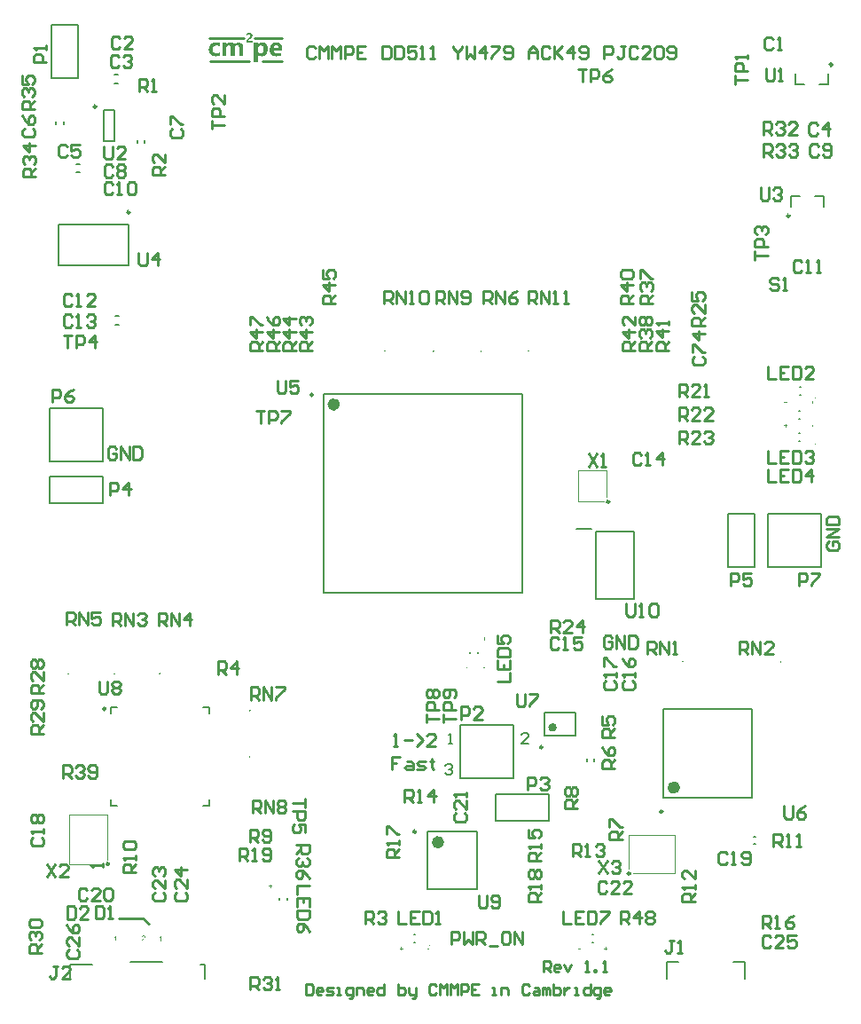
<source format=gto>
G04*
G04 #@! TF.GenerationSoftware,Altium Limited,Altium Designer,20.1.7 (139)*
G04*
G04 Layer_Color=65535*
%FSLAX25Y25*%
%MOIN*%
G70*
G04*
G04 #@! TF.SameCoordinates,F1024F09-50C5-4513-BE08-2A4FEE95A773*
G04*
G04*
G04 #@! TF.FilePolarity,Positive*
G04*
G01*
G75*
%ADD10C,0.00394*%
%ADD11C,0.00787*%
%ADD12C,0.00984*%
%ADD13C,0.01575*%
%ADD14C,0.02362*%
%ADD15C,0.01000*%
%ADD16C,0.00800*%
G36*
X99712Y374670D02*
X99757Y374665D01*
X99810Y374661D01*
X99868Y374653D01*
X99929Y374641D01*
X100061Y374608D01*
X100130Y374587D01*
X100200Y374559D01*
X100270Y374530D01*
X100335Y374493D01*
X100401Y374452D01*
X100458Y374403D01*
X100462Y374399D01*
X100471Y374391D01*
X100487Y374374D01*
X100507Y374354D01*
X100528Y374325D01*
X100557Y374292D01*
X100585Y374255D01*
X100614Y374210D01*
X100643Y374157D01*
X100667Y374104D01*
X100696Y374042D01*
X100717Y373977D01*
X100737Y373903D01*
X100753Y373829D01*
X100762Y373747D01*
X100766Y373661D01*
Y373657D01*
Y373649D01*
Y373636D01*
Y373616D01*
X100762Y373595D01*
Y373567D01*
X100753Y373505D01*
X100745Y373431D01*
X100729Y373349D01*
X100704Y373267D01*
X100676Y373185D01*
Y373181D01*
X100672Y373177D01*
X100667Y373165D01*
X100659Y373148D01*
X100639Y373107D01*
X100610Y373054D01*
X100577Y372993D01*
X100532Y372927D01*
X100479Y372857D01*
X100421Y372788D01*
X100413Y372779D01*
X100405Y372767D01*
X100389Y372755D01*
X100372Y372738D01*
X100348Y372714D01*
X100323Y372689D01*
X100290Y372665D01*
X100257Y372632D01*
X100216Y372599D01*
X100171Y372562D01*
X100122Y372521D01*
X100073Y372480D01*
X100015Y372435D01*
X99950Y372390D01*
X99884Y372341D01*
X99880Y372337D01*
X99868Y372328D01*
X99852Y372316D01*
X99827Y372300D01*
X99798Y372279D01*
X99765Y372255D01*
X99692Y372197D01*
X99610Y372132D01*
X99532Y372066D01*
X99462Y372005D01*
X99429Y371976D01*
X99405Y371947D01*
X99401Y371943D01*
X99384Y371922D01*
X99368Y371898D01*
X99343Y371865D01*
X99323Y371828D01*
X99302Y371787D01*
X99286Y371746D01*
X99282Y371705D01*
X100774D01*
Y371098D01*
X98437D01*
Y371357D01*
Y371361D01*
Y371369D01*
Y371385D01*
Y371402D01*
X98441Y371426D01*
Y371455D01*
X98449Y371521D01*
X98462Y371599D01*
X98478Y371685D01*
X98503Y371771D01*
X98535Y371857D01*
Y371861D01*
X98540Y371869D01*
X98548Y371882D01*
X98556Y371898D01*
X98576Y371939D01*
X98609Y371996D01*
X98650Y372062D01*
X98695Y372136D01*
X98753Y372210D01*
X98814Y372283D01*
X98818Y372287D01*
X98822Y372291D01*
X98835Y372304D01*
X98847Y372320D01*
X98867Y372337D01*
X98888Y372361D01*
X98917Y372386D01*
X98949Y372414D01*
X98986Y372447D01*
X99027Y372480D01*
X99072Y372521D01*
X99122Y372562D01*
X99175Y372603D01*
X99232Y372648D01*
X99298Y372693D01*
X99364Y372743D01*
X99368Y372747D01*
X99380Y372755D01*
X99396Y372767D01*
X99421Y372783D01*
X99446Y372808D01*
X99478Y372833D01*
X99552Y372894D01*
X99630Y372964D01*
X99708Y373042D01*
X99782Y373120D01*
X99810Y373157D01*
X99839Y373194D01*
Y373198D01*
X99843Y373202D01*
X99860Y373226D01*
X99884Y373267D01*
X99909Y373321D01*
X99933Y373382D01*
X99958Y373452D01*
X99975Y373526D01*
X99979Y373608D01*
Y373612D01*
Y373628D01*
X99975Y373653D01*
X99970Y373681D01*
X99962Y373718D01*
X99950Y373759D01*
X99933Y373800D01*
X99913Y373845D01*
X99884Y373890D01*
X99852Y373932D01*
X99810Y373973D01*
X99757Y374009D01*
X99700Y374038D01*
X99630Y374063D01*
X99548Y374079D01*
X99458Y374083D01*
X99437D01*
X99413Y374079D01*
X99380D01*
X99339Y374071D01*
X99294Y374063D01*
X99241Y374055D01*
X99179Y374038D01*
X99118Y374018D01*
X99048Y373997D01*
X98978Y373964D01*
X98904Y373932D01*
X98826Y373890D01*
X98749Y373841D01*
X98671Y373788D01*
X98593Y373722D01*
Y374374D01*
X98597Y374378D01*
X98613Y374387D01*
X98638Y374403D01*
X98675Y374419D01*
X98716Y374444D01*
X98769Y374469D01*
X98826Y374497D01*
X98896Y374526D01*
X98966Y374551D01*
X99048Y374579D01*
X99134Y374604D01*
X99224Y374628D01*
X99318Y374645D01*
X99417Y374661D01*
X99519Y374670D01*
X99626Y374674D01*
X99675D01*
X99712Y374670D01*
D02*
G37*
G36*
X104532Y371028D02*
X104597D01*
X104680Y371020D01*
X104770Y371003D01*
X104876Y370979D01*
X104991Y370954D01*
X105106Y370913D01*
X105229Y370872D01*
X105352Y370815D01*
X105475Y370749D01*
X105598Y370675D01*
X105721Y370585D01*
X105827Y370479D01*
X105934Y370364D01*
X105942Y370356D01*
X105959Y370331D01*
X105983Y370298D01*
X106016Y370241D01*
X106057Y370175D01*
X106106Y370093D01*
X106156Y369995D01*
X106205Y369888D01*
X106254Y369765D01*
X106303Y369626D01*
X106352Y369478D01*
X106393Y369314D01*
X106426Y369142D01*
X106451Y368953D01*
X106467Y368757D01*
X106475Y368543D01*
Y368527D01*
Y368486D01*
Y368420D01*
X106467Y368338D01*
X106459Y368232D01*
X106442Y368101D01*
X106426Y367969D01*
X106402Y367822D01*
X106369Y367658D01*
X106319Y367494D01*
X106270Y367330D01*
X106213Y367158D01*
X106139Y366993D01*
X106057Y366829D01*
X105959Y366674D01*
X105852Y366526D01*
X105844Y366518D01*
X105827Y366493D01*
X105787Y366460D01*
X105737Y366411D01*
X105680Y366354D01*
X105598Y366288D01*
X105516Y366223D01*
X105418Y366157D01*
X105303Y366083D01*
X105180Y366018D01*
X105040Y365952D01*
X104901Y365895D01*
X104745Y365845D01*
X104573Y365813D01*
X104401Y365788D01*
X104212Y365780D01*
X104171D01*
X104122Y365788D01*
X104056D01*
X103982Y365805D01*
X103892Y365821D01*
X103794Y365837D01*
X103687Y365870D01*
X103581Y365911D01*
X103466Y365952D01*
X103343Y366009D01*
X103228Y366083D01*
X103113Y366165D01*
X103007Y366255D01*
X102908Y366370D01*
X102810Y366493D01*
X102794D01*
Y363591D01*
X101326D01*
Y370913D01*
X102794D01*
Y370142D01*
X102810D01*
X102818Y370150D01*
X102834Y370183D01*
X102867Y370224D01*
X102917Y370282D01*
X102974Y370347D01*
X103048Y370429D01*
X103130Y370503D01*
X103228Y370593D01*
X103343Y370675D01*
X103458Y370757D01*
X103597Y370831D01*
X103745Y370897D01*
X103901Y370954D01*
X104065Y370995D01*
X104253Y371028D01*
X104442Y371036D01*
X104483D01*
X104532Y371028D01*
D02*
G37*
G36*
X95807Y371020D02*
X95914Y371003D01*
X96037Y370971D01*
X96176Y370930D01*
X96324Y370864D01*
X96479Y370782D01*
X96635Y370675D01*
X96783Y370544D01*
X96922Y370380D01*
X96980Y370282D01*
X97045Y370183D01*
X97103Y370069D01*
X97152Y369954D01*
X97193Y369823D01*
X97226Y369683D01*
X97259Y369527D01*
X97283Y369372D01*
X97291Y369191D01*
X97299Y369011D01*
Y365895D01*
X95832D01*
Y368757D01*
Y368773D01*
Y368806D01*
X95824Y368863D01*
X95815Y368937D01*
X95807Y369027D01*
X95791Y369126D01*
X95758Y369224D01*
X95725Y369339D01*
X95684Y369445D01*
X95627Y369544D01*
X95561Y369642D01*
X95479Y369732D01*
X95381Y369806D01*
X95274Y369864D01*
X95143Y369896D01*
X94995Y369913D01*
X94979D01*
X94930Y369904D01*
X94856Y369896D01*
X94766Y369872D01*
X94659Y369831D01*
X94552Y369765D01*
X94446Y369675D01*
X94389Y369626D01*
X94339Y369560D01*
X94331Y369544D01*
X94298Y369495D01*
X94257Y369421D01*
X94216Y369322D01*
X94167Y369199D01*
X94126Y369052D01*
X94093Y368888D01*
X94085Y368707D01*
Y365895D01*
X92625D01*
Y368789D01*
Y368806D01*
Y368839D01*
X92617Y368896D01*
X92609Y368962D01*
X92601Y369052D01*
X92585Y369142D01*
X92552Y369249D01*
X92519Y369355D01*
X92478Y369454D01*
X92421Y369560D01*
X92355Y369650D01*
X92273Y369741D01*
X92175Y369806D01*
X92068Y369864D01*
X91937Y369896D01*
X91789Y369913D01*
X91773D01*
X91724Y369904D01*
X91650Y369896D01*
X91551Y369872D01*
X91453Y369831D01*
X91338Y369773D01*
X91232Y369691D01*
X91133Y369577D01*
X91125Y369560D01*
X91092Y369519D01*
X91059Y369445D01*
X91010Y369339D01*
X90969Y369216D01*
X90928Y369060D01*
X90895Y368888D01*
X90887Y368691D01*
Y365895D01*
X89419D01*
Y370913D01*
X90887D01*
Y370126D01*
X90904D01*
Y370134D01*
X90920Y370142D01*
X90928Y370167D01*
X90953Y370200D01*
X91010Y370273D01*
X91092Y370372D01*
X91190Y370479D01*
X91305Y370593D01*
X91445Y370700D01*
X91601Y370798D01*
X91609D01*
X91617Y370807D01*
X91641Y370823D01*
X91674Y370839D01*
X91764Y370872D01*
X91879Y370921D01*
X92019Y370962D01*
X92175Y371003D01*
X92339Y371028D01*
X92519Y371036D01*
X92568D01*
X92617Y371028D01*
X92691Y371020D01*
X92773Y371003D01*
X92871Y370987D01*
X92986Y370954D01*
X93101Y370921D01*
X93216Y370864D01*
X93339Y370807D01*
X93462Y370725D01*
X93577Y370634D01*
X93691Y370528D01*
X93798Y370396D01*
X93888Y370249D01*
X93970Y370085D01*
X93979Y370093D01*
X93995Y370126D01*
X94028Y370175D01*
X94077Y370233D01*
X94143Y370306D01*
X94216Y370388D01*
X94298Y370470D01*
X94397Y370561D01*
X94511Y370651D01*
X94643Y370733D01*
X94774Y370815D01*
X94930Y370888D01*
X95094Y370946D01*
X95266Y370995D01*
X95455Y371028D01*
X95660Y371036D01*
X95733D01*
X95807Y371020D01*
D02*
G37*
G36*
X87320Y371028D02*
X87402D01*
X87492Y371020D01*
X87591Y371003D01*
X87796Y370979D01*
X88009Y370938D01*
X88206Y370880D01*
X88296Y370839D01*
X88378Y370798D01*
Y369544D01*
X88370Y369552D01*
X88353Y369560D01*
X88329Y369577D01*
X88288Y369601D01*
X88247Y369626D01*
X88189Y369658D01*
X88050Y369732D01*
X87894Y369798D01*
X87705Y369855D01*
X87501Y369896D01*
X87394Y369913D01*
X87213D01*
X87173Y369904D01*
X87115D01*
X87050Y369888D01*
X86894Y369864D01*
X86721Y369814D01*
X86549Y369741D01*
X86459Y369691D01*
X86369Y369642D01*
X86287Y369577D01*
X86205Y369503D01*
X86197Y369495D01*
X86189Y369486D01*
X86164Y369462D01*
X86139Y369429D01*
X86106Y369388D01*
X86074Y369339D01*
X86041Y369273D01*
X86000Y369208D01*
X85959Y369134D01*
X85926Y369052D01*
X85861Y368855D01*
X85811Y368634D01*
X85803Y368511D01*
X85795Y368379D01*
Y368371D01*
Y368347D01*
Y368314D01*
X85803Y368265D01*
Y368207D01*
X85820Y368142D01*
X85844Y367986D01*
X85893Y367813D01*
X85959Y367625D01*
X86057Y367453D01*
X86115Y367371D01*
X86180Y367289D01*
X86189Y367281D01*
X86197Y367272D01*
X86221Y367256D01*
X86254Y367231D01*
X86295Y367198D01*
X86336Y367166D01*
X86459Y367092D01*
X86607Y367018D01*
X86787Y366961D01*
X87000Y366912D01*
X87107Y366903D01*
X87230Y366895D01*
X87287D01*
X87328Y366903D01*
X87386D01*
X87443Y366912D01*
X87517Y366928D01*
X87599Y366944D01*
X87771Y366985D01*
X87960Y367051D01*
X88165Y367141D01*
X88271Y367198D01*
X88378Y367264D01*
Y366075D01*
X88370D01*
X88353Y366059D01*
X88320Y366051D01*
X88279Y366026D01*
X88230Y366009D01*
X88165Y365985D01*
X88083Y365952D01*
X87993Y365928D01*
X87894Y365903D01*
X87779Y365870D01*
X87656Y365845D01*
X87525Y365829D01*
X87378Y365805D01*
X87222Y365796D01*
X87058Y365780D01*
X86828D01*
X86771Y365788D01*
X86689D01*
X86590Y365805D01*
X86475Y365813D01*
X86352Y365837D01*
X86213Y365870D01*
X86066Y365903D01*
X85918Y365952D01*
X85762Y366001D01*
X85606Y366067D01*
X85451Y366149D01*
X85303Y366239D01*
X85155Y366346D01*
X85016Y366469D01*
X85008Y366477D01*
X84983Y366501D01*
X84950Y366543D01*
X84909Y366592D01*
X84852Y366666D01*
X84794Y366747D01*
X84729Y366846D01*
X84663Y366961D01*
X84598Y367084D01*
X84532Y367215D01*
X84475Y367371D01*
X84417Y367527D01*
X84376Y367699D01*
X84343Y367879D01*
X84319Y368076D01*
X84311Y368281D01*
Y368297D01*
Y368338D01*
X84319Y368404D01*
Y368494D01*
X84335Y368601D01*
X84352Y368724D01*
X84376Y368863D01*
X84409Y369011D01*
X84450Y369175D01*
X84499Y369339D01*
X84557Y369503D01*
X84631Y369675D01*
X84721Y369839D01*
X84819Y370003D01*
X84942Y370150D01*
X85073Y370298D01*
X85081Y370306D01*
X85106Y370331D01*
X85155Y370364D01*
X85213Y370413D01*
X85286Y370470D01*
X85385Y370536D01*
X85492Y370602D01*
X85615Y370667D01*
X85754Y370733D01*
X85901Y370807D01*
X86074Y370864D01*
X86254Y370921D01*
X86451Y370971D01*
X86656Y371003D01*
X86877Y371028D01*
X87107Y371036D01*
X87246D01*
X87320Y371028D01*
D02*
G37*
G36*
X109878D02*
X109968Y371020D01*
X110075Y371003D01*
X110190Y370979D01*
X110313Y370954D01*
X110444Y370921D01*
X110583Y370880D01*
X110723Y370823D01*
X110862Y370765D01*
X110994Y370692D01*
X111125Y370602D01*
X111256Y370503D01*
X111371Y370388D01*
X111379Y370380D01*
X111395Y370356D01*
X111428Y370323D01*
X111469Y370273D01*
X111510Y370200D01*
X111559Y370126D01*
X111617Y370027D01*
X111674Y369921D01*
X111732Y369806D01*
X111789Y369667D01*
X111838Y369527D01*
X111879Y369363D01*
X111920Y369191D01*
X111953Y369011D01*
X111969Y368814D01*
X111978Y368609D01*
Y367986D01*
X108673D01*
Y367969D01*
X108681Y367936D01*
X108689Y367879D01*
X108706Y367805D01*
X108730Y367715D01*
X108763Y367617D01*
X108812Y367510D01*
X108878Y367404D01*
X108952Y367297D01*
X109050Y367190D01*
X109165Y367092D01*
X109296Y367002D01*
X109452Y366928D01*
X109632Y366870D01*
X109837Y366838D01*
X110075Y366821D01*
X110157D01*
X110214Y366829D01*
X110288Y366838D01*
X110370Y366846D01*
X110469Y366854D01*
X110575Y366870D01*
X110805Y366920D01*
X111051Y366993D01*
X111174Y367043D01*
X111297Y367100D01*
X111420Y367158D01*
X111543Y367231D01*
Y366157D01*
X111535D01*
X111510Y366141D01*
X111469Y366124D01*
X111420Y366100D01*
X111346Y366067D01*
X111264Y366034D01*
X111174Y366001D01*
X111059Y365968D01*
X110936Y365936D01*
X110805Y365903D01*
X110657Y365870D01*
X110493Y365837D01*
X110321Y365813D01*
X110141Y365796D01*
X109952Y365788D01*
X109747Y365780D01*
X109698D01*
X109632Y365788D01*
X109550D01*
X109452Y365805D01*
X109337Y365813D01*
X109206Y365837D01*
X109066Y365862D01*
X108919Y365903D01*
X108763Y365944D01*
X108607Y366001D01*
X108451Y366067D01*
X108304Y366141D01*
X108148Y366231D01*
X108009Y366337D01*
X107878Y366452D01*
X107869Y366460D01*
X107853Y366485D01*
X107820Y366526D01*
X107771Y366575D01*
X107722Y366649D01*
X107664Y366731D01*
X107607Y366829D01*
X107550Y366936D01*
X107484Y367067D01*
X107427Y367207D01*
X107369Y367362D01*
X107320Y367527D01*
X107279Y367707D01*
X107246Y367904D01*
X107221Y368109D01*
X107213Y368330D01*
Y368347D01*
Y368388D01*
X107221Y368445D01*
Y368527D01*
X107238Y368634D01*
X107254Y368748D01*
X107271Y368880D01*
X107304Y369027D01*
X107336Y369175D01*
X107386Y369339D01*
X107443Y369503D01*
X107509Y369658D01*
X107590Y369823D01*
X107689Y369987D01*
X107796Y370134D01*
X107919Y370282D01*
X107927Y370290D01*
X107951Y370315D01*
X107992Y370356D01*
X108050Y370396D01*
X108115Y370454D01*
X108197Y370519D01*
X108296Y370585D01*
X108411Y370659D01*
X108534Y370733D01*
X108665Y370798D01*
X108812Y370864D01*
X108976Y370921D01*
X109140Y370971D01*
X109321Y371003D01*
X109509Y371028D01*
X109706Y371036D01*
X109813D01*
X109878Y371028D01*
D02*
G37*
G36*
X224079Y30258D02*
X223318D01*
Y30506D01*
X224079D01*
Y30258D01*
D02*
G37*
G36*
X233714Y30611D02*
X234266D01*
Y30378D01*
X233714D01*
Y29831D01*
X233483D01*
Y30378D01*
X232936D01*
Y30611D01*
X233483D01*
Y31158D01*
X233714D01*
Y30611D01*
D02*
G37*
G36*
X311428Y235378D02*
X311179D01*
Y236139D01*
X311428D01*
Y235378D01*
D02*
G37*
G36*
X301277Y235843D02*
X301829D01*
Y235610D01*
X301277D01*
Y235063D01*
X301046D01*
Y235610D01*
X300499D01*
Y235843D01*
X301046D01*
Y236391D01*
X301277D01*
Y235843D01*
D02*
G37*
G36*
X311526Y226673D02*
X311278D01*
Y227434D01*
X311526D01*
Y226673D01*
D02*
G37*
G36*
X301376Y227139D02*
X301927D01*
Y226905D01*
X301376D01*
Y226358D01*
X301145D01*
Y226905D01*
X300597D01*
Y227139D01*
X301145D01*
Y227686D01*
X301376D01*
Y227139D01*
D02*
G37*
G36*
X188312Y136053D02*
X187551D01*
Y136301D01*
X188312D01*
Y136053D01*
D02*
G37*
G36*
X188068Y147092D02*
X188615D01*
Y146861D01*
X188068D01*
Y146309D01*
X187835D01*
Y146861D01*
X187287D01*
Y147092D01*
X187835D01*
Y147639D01*
X188068D01*
Y147092D01*
D02*
G37*
G36*
X167319Y30258D02*
X166558D01*
Y30506D01*
X167319D01*
Y30258D01*
D02*
G37*
G36*
X156864Y30611D02*
X157415D01*
Y30378D01*
X156864D01*
Y29831D01*
X156633D01*
Y30378D01*
X156086D01*
Y30611D01*
X156633D01*
Y31158D01*
X156864D01*
Y30611D01*
D02*
G37*
G36*
X107718Y54222D02*
X108265D01*
Y53991D01*
X107718D01*
Y53439D01*
X107484D01*
Y53991D01*
X106937D01*
Y54222D01*
X107484D01*
Y54769D01*
X107718D01*
Y54222D01*
D02*
G37*
G36*
X108013Y43840D02*
X107252D01*
Y44089D01*
X108013D01*
Y43840D01*
D02*
G37*
G36*
X66454Y33433D02*
X66207D01*
Y35005D01*
X66203Y35001D01*
X66192Y34990D01*
X66173Y34974D01*
X66144Y34953D01*
X66111Y34926D01*
X66070Y34898D01*
X66024Y34868D01*
X65972Y34835D01*
X65970D01*
X65965Y34830D01*
X65959Y34826D01*
X65948Y34822D01*
X65935Y34813D01*
X65920Y34806D01*
X65885Y34787D01*
X65846Y34767D01*
X65802Y34745D01*
X65756Y34726D01*
X65713Y34708D01*
Y34946D01*
X65715Y34948D01*
X65721Y34950D01*
X65732Y34957D01*
X65747Y34963D01*
X65765Y34972D01*
X65787Y34985D01*
X65811Y34998D01*
X65835Y35011D01*
X65891Y35046D01*
X65952Y35088D01*
X66016Y35131D01*
X66075Y35181D01*
X66077Y35184D01*
X66081Y35188D01*
X66090Y35195D01*
X66101Y35205D01*
X66111Y35219D01*
X66127Y35232D01*
X66159Y35269D01*
X66197Y35308D01*
X66234Y35354D01*
X66266Y35402D01*
X66295Y35452D01*
X66454D01*
Y33433D01*
D02*
G37*
G36*
X59947Y35501D02*
X59971Y35499D01*
X59999Y35494D01*
X60032Y35490D01*
X60065Y35483D01*
X60101Y35475D01*
X60139Y35464D01*
X60178Y35451D01*
X60215Y35435D01*
X60254Y35416D01*
X60291Y35394D01*
X60326Y35370D01*
X60359Y35342D01*
X60361Y35339D01*
X60365Y35335D01*
X60374Y35324D01*
X60385Y35313D01*
X60398Y35298D01*
X60413Y35278D01*
X60429Y35257D01*
X60444Y35230D01*
X60459Y35204D01*
X60474Y35174D01*
X60490Y35141D01*
X60503Y35106D01*
X60514Y35067D01*
X60522Y35028D01*
X60527Y34986D01*
X60529Y34943D01*
Y34940D01*
Y34938D01*
Y34932D01*
Y34923D01*
X60527Y34899D01*
X60522Y34868D01*
X60516Y34832D01*
X60507Y34792D01*
X60496Y34749D01*
X60479Y34705D01*
Y34703D01*
X60476Y34701D01*
X60474Y34694D01*
X60470Y34685D01*
X60457Y34661D01*
X60439Y34631D01*
X60416Y34594D01*
X60387Y34552D01*
X60354Y34509D01*
X60313Y34461D01*
X60311Y34459D01*
X60309Y34454D01*
X60300Y34448D01*
X60291Y34437D01*
X60278Y34424D01*
X60263Y34409D01*
X60245Y34389D01*
X60224Y34369D01*
X60198Y34345D01*
X60169Y34319D01*
X60139Y34289D01*
X60104Y34258D01*
X60067Y34223D01*
X60025Y34188D01*
X59979Y34149D01*
X59931Y34108D01*
X59929Y34106D01*
X59923Y34099D01*
X59910Y34090D01*
X59897Y34077D01*
X59877Y34062D01*
X59857Y34045D01*
X59812Y34005D01*
X59764Y33964D01*
X59718Y33920D01*
X59696Y33901D01*
X59676Y33883D01*
X59659Y33866D01*
X59646Y33853D01*
X59644Y33850D01*
X59635Y33842D01*
X59624Y33829D01*
X59609Y33811D01*
X59591Y33792D01*
X59574Y33770D01*
X59539Y33722D01*
X60531D01*
Y33484D01*
X59199D01*
Y33489D01*
Y33500D01*
Y33517D01*
X59201Y33539D01*
X59203Y33565D01*
X59210Y33593D01*
X59216Y33624D01*
X59227Y33654D01*
Y33656D01*
X59229Y33661D01*
X59232Y33667D01*
X59236Y33678D01*
X59243Y33689D01*
X59249Y33704D01*
X59267Y33739D01*
X59288Y33781D01*
X59317Y33827D01*
X59350Y33874D01*
X59389Y33922D01*
X59391Y33925D01*
X59393Y33929D01*
X59400Y33935D01*
X59411Y33946D01*
X59421Y33957D01*
X59437Y33973D01*
X59452Y33990D01*
X59471Y34010D01*
X59493Y34031D01*
X59517Y34053D01*
X59544Y34079D01*
X59574Y34106D01*
X59605Y34134D01*
X59639Y34162D01*
X59674Y34193D01*
X59714Y34225D01*
X59718Y34228D01*
X59729Y34238D01*
X59744Y34252D01*
X59766Y34271D01*
X59792Y34293D01*
X59822Y34319D01*
X59857Y34348D01*
X59892Y34380D01*
X59966Y34448D01*
X60038Y34520D01*
X60073Y34555D01*
X60106Y34589D01*
X60134Y34622D01*
X60158Y34653D01*
X60160Y34655D01*
X60163Y34659D01*
X60169Y34668D01*
X60176Y34679D01*
X60187Y34694D01*
X60195Y34709D01*
X60217Y34749D01*
X60239Y34794D01*
X60259Y34845D01*
X60272Y34897D01*
X60274Y34923D01*
X60276Y34949D01*
Y34951D01*
Y34956D01*
Y34964D01*
X60274Y34973D01*
Y34986D01*
X60269Y35002D01*
X60263Y35034D01*
X60250Y35074D01*
X60230Y35115D01*
X60219Y35137D01*
X60204Y35156D01*
X60189Y35176D01*
X60169Y35195D01*
X60167Y35198D01*
X60165Y35200D01*
X60158Y35204D01*
X60150Y35211D01*
X60139Y35219D01*
X60125Y35228D01*
X60095Y35248D01*
X60054Y35265D01*
X60008Y35283D01*
X59953Y35294D01*
X59923Y35298D01*
X59875D01*
X59862Y35296D01*
X59847D01*
X59829Y35291D01*
X59790Y35285D01*
X59744Y35272D01*
X59696Y35252D01*
X59672Y35239D01*
X59648Y35226D01*
X59626Y35209D01*
X59605Y35189D01*
X59602Y35187D01*
X59600Y35185D01*
X59596Y35178D01*
X59587Y35169D01*
X59580Y35159D01*
X59572Y35145D01*
X59561Y35130D01*
X59552Y35113D01*
X59541Y35093D01*
X59533Y35071D01*
X59515Y35019D01*
X59502Y34962D01*
X59500Y34930D01*
X59498Y34895D01*
X59245Y34921D01*
Y34925D01*
X59247Y34934D01*
X59249Y34947D01*
X59251Y34967D01*
X59256Y34991D01*
X59262Y35019D01*
X59269Y35050D01*
X59280Y35082D01*
X59291Y35115D01*
X59304Y35152D01*
X59321Y35187D01*
X59338Y35222D01*
X59360Y35259D01*
X59384Y35291D01*
X59411Y35324D01*
X59441Y35353D01*
X59443Y35355D01*
X59450Y35359D01*
X59459Y35366D01*
X59471Y35377D01*
X59489Y35387D01*
X59511Y35401D01*
X59535Y35414D01*
X59563Y35429D01*
X59594Y35442D01*
X59628Y35455D01*
X59666Y35468D01*
X59707Y35479D01*
X59751Y35490D01*
X59796Y35496D01*
X59847Y35501D01*
X59899Y35503D01*
X59927D01*
X59947Y35501D01*
D02*
G37*
G36*
X49525Y33484D02*
X49278D01*
Y35056D01*
X49274Y35052D01*
X49263Y35041D01*
X49243Y35026D01*
X49215Y35004D01*
X49182Y34978D01*
X49141Y34949D01*
X49095Y34919D01*
X49043Y34886D01*
X49041D01*
X49036Y34882D01*
X49030Y34877D01*
X49019Y34873D01*
X49006Y34864D01*
X48991Y34858D01*
X48956Y34838D01*
X48916Y34818D01*
X48873Y34797D01*
X48827Y34777D01*
X48783Y34760D01*
Y34997D01*
X48786Y34999D01*
X48792Y35002D01*
X48803Y35008D01*
X48818Y35015D01*
X48836Y35023D01*
X48858Y35036D01*
X48882Y35050D01*
X48906Y35063D01*
X48962Y35097D01*
X49023Y35139D01*
X49086Y35182D01*
X49145Y35233D01*
X49147Y35235D01*
X49152Y35239D01*
X49161Y35246D01*
X49172Y35257D01*
X49182Y35270D01*
X49198Y35283D01*
X49230Y35320D01*
X49267Y35359D01*
X49305Y35405D01*
X49337Y35453D01*
X49365Y35503D01*
X49525D01*
Y33484D01*
D02*
G37*
%LPC*%
G36*
X103901Y369913D02*
X103851D01*
X103819Y369904D01*
X103728Y369896D01*
X103613Y369864D01*
X103482Y369823D01*
X103343Y369749D01*
X103212Y369658D01*
X103146Y369593D01*
X103080Y369527D01*
Y369519D01*
X103064Y369511D01*
X103056Y369486D01*
X103031Y369462D01*
X102982Y369380D01*
X102925Y369265D01*
X102867Y369126D01*
X102818Y368953D01*
X102785Y368757D01*
X102769Y368543D01*
Y368109D01*
Y368101D01*
Y368084D01*
Y368059D01*
X102777Y368019D01*
Y367977D01*
X102785Y367920D01*
X102802Y367797D01*
X102843Y367658D01*
X102892Y367510D01*
X102957Y367371D01*
X103056Y367231D01*
X103072Y367215D01*
X103113Y367182D01*
X103171Y367125D01*
X103261Y367067D01*
X103367Y367002D01*
X103499Y366944D01*
X103646Y366912D01*
X103810Y366895D01*
X103859D01*
X103901Y366903D01*
X103950Y366912D01*
X103999Y366920D01*
X104122Y366952D01*
X104261Y367002D01*
X104401Y367075D01*
X104474Y367125D01*
X104540Y367182D01*
X104606Y367248D01*
X104663Y367321D01*
Y367330D01*
X104680Y367338D01*
X104696Y367362D01*
X104712Y367404D01*
X104737Y367444D01*
X104762Y367494D01*
X104786Y367559D01*
X104819Y367633D01*
X104852Y367715D01*
X104876Y367805D01*
X104901Y367904D01*
X104926Y368010D01*
X104950Y368125D01*
X104958Y368248D01*
X104975Y368388D01*
Y368527D01*
Y368543D01*
Y368584D01*
X104966Y368658D01*
X104958Y368740D01*
X104942Y368847D01*
X104917Y368970D01*
X104885Y369093D01*
X104843Y369224D01*
X104786Y369347D01*
X104712Y369478D01*
X104622Y369593D01*
X104524Y369700D01*
X104401Y369781D01*
X104253Y369855D01*
X104089Y369896D01*
X103901Y369913D01*
D02*
G37*
G36*
X109698Y370027D02*
X109681D01*
X109632Y370019D01*
X109567Y370011D01*
X109476Y369987D01*
X109370Y369954D01*
X109255Y369896D01*
X109140Y369823D01*
X109026Y369716D01*
X109017Y369700D01*
X108976Y369658D01*
X108927Y369593D01*
X108870Y369503D01*
X108812Y369388D01*
X108755Y369249D01*
X108706Y369085D01*
X108665Y368904D01*
X110608D01*
Y368920D01*
Y368953D01*
X110600Y369011D01*
X110592Y369076D01*
X110583Y369166D01*
X110559Y369257D01*
X110534Y369363D01*
X110493Y369470D01*
X110444Y369568D01*
X110387Y369675D01*
X110313Y369765D01*
X110223Y369855D01*
X110116Y369921D01*
X110001Y369978D01*
X109862Y370011D01*
X109698Y370027D01*
D02*
G37*
%LPD*%
D10*
X223157Y37300D02*
G03*
X223157Y37300I-197J0D01*
G01*
X109724Y43629D02*
G03*
X109724Y43629I-197J0D01*
G01*
X181437Y136074D02*
G03*
X181437Y136074I-197J0D01*
G01*
X312221Y220157D02*
G03*
X312221Y220157I-197J0D01*
G01*
Y228397D02*
G03*
X312221Y228397I-197J0D01*
G01*
X312434Y237543D02*
G03*
X312434Y237543I-197J0D01*
G01*
X167434Y31889D02*
G03*
X167434Y31889I-197J0D01*
G01*
X46098Y64055D02*
Y80905D01*
X31925Y62441D02*
X44701D01*
X31925D02*
Y80905D01*
X46098D01*
X223280Y198758D02*
X232886D01*
X223280D02*
Y210411D01*
X233083D01*
X233791D01*
Y200152D02*
Y210411D01*
X243996Y59047D02*
X259429D01*
X242146Y60622D02*
Y73181D01*
X259429Y59047D02*
Y73181D01*
X242146D02*
X259429D01*
D11*
X204526Y255114D02*
G03*
X204526Y255114I-85J0D01*
G01*
X186676D02*
G03*
X186676Y255114I-85J0D01*
G01*
X150648D02*
G03*
X150648Y255114I-85J0D01*
G01*
X168806D02*
G03*
X168806Y255114I-85J0D01*
G01*
X99695Y102598D02*
G03*
X99695Y102598I-85J0D01*
G01*
Y120114D02*
G03*
X99695Y120114I-85J0D01*
G01*
X65953Y133852D02*
G03*
X65953Y133852I-85J0D01*
G01*
X48735Y133854D02*
G03*
X48735Y133854I-85J0D01*
G01*
X262502Y138461D02*
G03*
X262502Y138461I-85J0D01*
G01*
X31498Y133854D02*
G03*
X31498Y133854I-85J0D01*
G01*
X299274Y138390D02*
G03*
X299274Y138390I-85J0D01*
G01*
X228421Y36071D02*
X228815D01*
X228421Y33118D02*
X228815D01*
X294531Y173846D02*
Y193846D01*
Y173846D02*
X314531D01*
X294531Y193846D02*
X314531D01*
Y173846D02*
Y193846D01*
X229165Y101058D02*
Y101845D01*
X226409Y101058D02*
Y101845D01*
X210382Y110569D02*
X222193D01*
X210382Y119230D02*
X222193D01*
X210382Y110569D02*
Y119230D01*
X222193Y110569D02*
Y119230D01*
X279429Y193846D02*
X289429D01*
Y173846D02*
Y193846D01*
X279429Y173846D02*
X289429D01*
X279429D02*
Y193846D01*
X229673Y187417D02*
X244240D01*
Y161827D02*
Y187417D01*
X229673Y161827D02*
X244240D01*
X229673D02*
Y187417D01*
X222488Y188402D02*
X228295D01*
X304945Y355327D02*
X308193D01*
X304945D02*
Y359264D01*
X313902Y355327D02*
X317150D01*
Y359264D01*
X303236Y309323D02*
Y313260D01*
X306484D01*
X315441Y309323D02*
Y313260D01*
X312193D02*
X315441D01*
X47593Y84295D02*
X49955D01*
X47593D02*
Y86658D01*
X82238Y84295D02*
X84600D01*
Y86658D01*
Y118941D02*
Y121303D01*
X82238D02*
X84600D01*
X47593D02*
X49955D01*
X47593Y118941D02*
Y121303D01*
X166524Y52850D02*
X185028D01*
X166524Y74504D02*
X185028D01*
Y52850D02*
Y74504D01*
X166524Y52850D02*
Y74504D01*
X192157Y78473D02*
X212157D01*
Y88472D01*
X192157D02*
X212157D01*
X192157Y78473D02*
Y88472D01*
X113709Y49090D02*
Y49484D01*
X110756Y49090D02*
Y49484D01*
X24575Y233547D02*
X44575D01*
X24575Y213547D02*
Y233547D01*
X44575Y213547D02*
Y233547D01*
X24575Y213547D02*
X44575D01*
X24657Y198114D02*
X44657D01*
Y208114D01*
X24657D02*
X44657D01*
X24657Y198114D02*
Y208114D01*
X185421Y141535D02*
Y141929D01*
X182468Y141535D02*
Y141929D01*
X306169Y224339D02*
X306563D01*
X306169Y221386D02*
X306563D01*
X306169Y232579D02*
X306563D01*
X306169Y229626D02*
X306563D01*
X306382Y241724D02*
X306776D01*
X306382Y238772D02*
X306776D01*
X127374Y164177D02*
X202177D01*
X127374Y238980D02*
X202177D01*
Y164177D02*
Y238980D01*
X127374Y164177D02*
Y238980D01*
X285779Y19417D02*
Y25716D01*
X281449D02*
X285779D01*
X256646D02*
X260976D01*
X256646Y19417D02*
Y25716D01*
X44953Y345748D02*
X48890D01*
X44953Y333937D02*
X48890D01*
X44953D02*
Y345748D01*
X48890Y333937D02*
Y345748D01*
X57488Y333358D02*
Y334146D01*
X60244Y333358D02*
Y334146D01*
X198705Y94614D02*
Y114614D01*
X178705D02*
X198705D01*
X178705Y94614D02*
X198705D01*
X178705D02*
Y114614D01*
X32307Y24703D02*
X40555D01*
X81106D02*
X82898D01*
X32307Y19407D02*
Y24703D01*
X82898Y19407D02*
Y24703D01*
X54728Y25687D02*
X66854D01*
X161382Y33118D02*
X161776D01*
X161382Y36071D02*
X161776D01*
X288646Y87189D02*
Y120654D01*
X255181Y87189D02*
Y120654D01*
X288646D01*
X255181Y87189D02*
X288646D01*
X289024Y72610D02*
X289811D01*
X289024Y69854D02*
X289811D01*
X48961Y358803D02*
X50142D01*
X48961Y355654D02*
X50142D01*
X27918Y287236D02*
Y302591D01*
X54296Y287236D02*
Y302591D01*
X27918Y287236D02*
X54296D01*
X27918Y302591D02*
X54296D01*
X25102Y357547D02*
Y377547D01*
Y357547D02*
X35102D01*
Y377547D01*
X25102D02*
X35102D01*
X34517Y322189D02*
X35698D01*
X34517Y325339D02*
X35698D01*
X49196Y265041D02*
X50377D01*
X49196Y268191D02*
X50377D01*
X26843Y340154D02*
Y341335D01*
X29992Y340154D02*
Y341335D01*
D12*
X46807Y62441D02*
G03*
X46807Y62441I-492J0D01*
G01*
X209791Y106238D02*
G03*
X209791Y106238I-492J0D01*
G01*
X318724Y362709D02*
G03*
X318724Y362709I-492J0D01*
G01*
X302646Y305878D02*
G03*
X302646Y305878I-492J0D01*
G01*
X45526Y120713D02*
G03*
X45526Y120713I-492J0D01*
G01*
X162193Y74524D02*
G03*
X162193Y74524I-492J0D01*
G01*
X123535Y238685D02*
G03*
X123535Y238685I-492J0D01*
G01*
X42000Y346929D02*
G03*
X42000Y346929I-492J0D01*
G01*
X234913Y198522D02*
G03*
X234913Y198522I-492J0D01*
G01*
X242756Y58851D02*
G03*
X242756Y58851I-492J0D01*
G01*
X254886Y82071D02*
G03*
X254886Y82071I-492J0D01*
G01*
X54592Y307217D02*
G03*
X54592Y307217I-492J0D01*
G01*
D13*
X214319Y113718D02*
G03*
X214319Y113718I-787J0D01*
G01*
D14*
X171642Y70567D02*
G03*
X171642Y70567I-1181J0D01*
G01*
X132492Y235043D02*
G03*
X132492Y235043I-1181J0D01*
G01*
X260299Y91126D02*
G03*
X260299Y91126I-1181J0D01*
G01*
D15*
X59575Y42012D02*
X61724Y39862D01*
X50653Y42012D02*
X59575D01*
X84748Y364079D02*
X99579D01*
X104347D02*
X111913D01*
X101532Y372716D02*
X111819D01*
X84551Y372716D02*
X97559D01*
X317387Y183570D02*
X316600Y182783D01*
Y181208D01*
X317387Y180421D01*
X320536D01*
X321323Y181208D01*
Y182783D01*
X320536Y183570D01*
X318961D01*
Y181996D01*
X321323Y185144D02*
X316600D01*
X321323Y188293D01*
X316600D01*
Y189867D02*
X321323D01*
Y192228D01*
X320536Y193016D01*
X317387D01*
X316600Y192228D01*
Y189867D01*
X49617Y218341D02*
X48830Y219128D01*
X47256D01*
X46468Y218341D01*
Y215193D01*
X47256Y214405D01*
X48830D01*
X49617Y215193D01*
Y216767D01*
X48043D01*
X51191Y214405D02*
Y219128D01*
X54340Y214405D01*
Y219128D01*
X55914D02*
Y214405D01*
X58276D01*
X59063Y215193D01*
Y218341D01*
X58276Y219128D01*
X55914D01*
X235928Y147381D02*
X235141Y148168D01*
X233567D01*
X232780Y147381D01*
Y144232D01*
X233567Y143445D01*
X235141D01*
X235928Y144232D01*
Y145806D01*
X234354D01*
X237502Y143445D02*
Y148168D01*
X240651Y143445D01*
Y148168D01*
X242225D02*
Y143445D01*
X244587D01*
X245374Y144232D01*
Y147381D01*
X244587Y148168D01*
X242225D01*
X44634Y61205D02*
Y62779D01*
Y61992D01*
X39911D01*
X40698Y61205D01*
X156318Y102597D02*
X153169D01*
Y100235D01*
X154744D01*
X153169D01*
Y97874D01*
X158679Y101023D02*
X160254D01*
X161041Y100235D01*
Y97874D01*
X158679D01*
X157892Y98661D01*
X158679Y99448D01*
X161041D01*
X162615Y97874D02*
X164977D01*
X165764Y98661D01*
X164977Y99448D01*
X163402D01*
X162615Y100235D01*
X163402Y101023D01*
X165764D01*
X168125Y101810D02*
Y101023D01*
X167338D01*
X168912D01*
X168125D01*
Y98661D01*
X168912Y97874D01*
X153736Y106535D02*
X155310D01*
X154523D01*
Y111258D01*
X153736Y110471D01*
X157672Y108897D02*
X160821D01*
X162395Y106535D02*
X164756Y108897D01*
X162395Y111258D01*
X169479Y106535D02*
X166331D01*
X169479Y109684D01*
Y110471D01*
X168692Y111258D01*
X167118D01*
X166331Y110471D01*
X175508Y32378D02*
Y37101D01*
X177869D01*
X178656Y36314D01*
Y34739D01*
X177869Y33952D01*
X175508D01*
X180231Y37101D02*
Y32378D01*
X181805Y33952D01*
X183379Y32378D01*
Y37101D01*
X184954Y32378D02*
Y37101D01*
X187315D01*
X188102Y36314D01*
Y34739D01*
X187315Y33952D01*
X184954D01*
X186528D02*
X188102Y32378D01*
X189676Y31591D02*
X192825D01*
X196761Y37101D02*
X195186D01*
X194399Y36314D01*
Y33165D01*
X195186Y32378D01*
X196761D01*
X197548Y33165D01*
Y36314D01*
X196761Y37101D01*
X199122Y32378D02*
Y37101D01*
X202271Y32378D01*
Y37101D01*
X210067Y21910D02*
Y25845D01*
X212035D01*
X212691Y25189D01*
Y23877D01*
X212035Y23221D01*
X210067D01*
X211379D02*
X212691Y21910D01*
X215970D02*
X214659D01*
X214003Y22565D01*
Y23877D01*
X214659Y24533D01*
X215970D01*
X216627Y23877D01*
Y23221D01*
X214003D01*
X217938Y24533D02*
X219250Y21910D01*
X220562Y24533D01*
X225810Y21910D02*
X227122D01*
X226466D01*
Y25845D01*
X225810Y25189D01*
X229090Y21910D02*
Y22565D01*
X229746D01*
Y21910D01*
X229090D01*
X232369D02*
X233681D01*
X233025D01*
Y25845D01*
X232369Y25189D01*
X120752Y17199D02*
Y13264D01*
X122720D01*
X123376Y13920D01*
Y16544D01*
X122720Y17199D01*
X120752D01*
X126656Y13264D02*
X125344D01*
X124688Y13920D01*
Y15232D01*
X125344Y15888D01*
X126656D01*
X127312Y15232D01*
Y14576D01*
X124688D01*
X128623Y13264D02*
X130591D01*
X131247Y13920D01*
X130591Y14576D01*
X129279D01*
X128623Y15232D01*
X129279Y15888D01*
X131247D01*
X132559Y13264D02*
X133871D01*
X133215D01*
Y15888D01*
X132559D01*
X137151Y11952D02*
X137807D01*
X138463Y12608D01*
Y15888D01*
X136495D01*
X135839Y15232D01*
Y13920D01*
X136495Y13264D01*
X138463D01*
X139775D02*
Y15888D01*
X141743D01*
X142399Y15232D01*
Y13264D01*
X145678D02*
X144366D01*
X143710Y13920D01*
Y15232D01*
X144366Y15888D01*
X145678D01*
X146334Y15232D01*
Y14576D01*
X143710D01*
X150270Y17199D02*
Y13264D01*
X148302D01*
X147646Y13920D01*
Y15232D01*
X148302Y15888D01*
X150270D01*
X155518Y17199D02*
Y13264D01*
X157485D01*
X158142Y13920D01*
Y14576D01*
Y15232D01*
X157485Y15888D01*
X155518D01*
X159453D02*
Y13920D01*
X160109Y13264D01*
X162077D01*
Y12608D01*
X161421Y11952D01*
X160765D01*
X162077Y13264D02*
Y15888D01*
X169949Y16544D02*
X169293Y17199D01*
X167981D01*
X167325Y16544D01*
Y13920D01*
X167981Y13264D01*
X169293D01*
X169949Y13920D01*
X171261Y13264D02*
Y17199D01*
X172573Y15888D01*
X173884Y17199D01*
Y13264D01*
X175196D02*
Y17199D01*
X176508Y15888D01*
X177820Y17199D01*
Y13264D01*
X179132D02*
Y17199D01*
X181100D01*
X181756Y16544D01*
Y15232D01*
X181100Y14576D01*
X179132D01*
X185692Y17199D02*
X183068D01*
Y13264D01*
X185692D01*
X183068Y15232D02*
X184380D01*
X190939Y13264D02*
X192251D01*
X191595D01*
Y15888D01*
X190939D01*
X194219Y13264D02*
Y15888D01*
X196187D01*
X196843Y15232D01*
Y13264D01*
X204714Y16544D02*
X204059Y17199D01*
X202747D01*
X202091Y16544D01*
Y13920D01*
X202747Y13264D01*
X204059D01*
X204714Y13920D01*
X206682Y15888D02*
X207994D01*
X208650Y15232D01*
Y13264D01*
X206682D01*
X206026Y13920D01*
X206682Y14576D01*
X208650D01*
X209962Y13264D02*
Y15888D01*
X210618D01*
X211274Y15232D01*
Y13264D01*
Y15232D01*
X211930Y15888D01*
X212586Y15232D01*
Y13264D01*
X213898Y17199D02*
Y13264D01*
X215866D01*
X216522Y13920D01*
Y14576D01*
Y15232D01*
X215866Y15888D01*
X213898D01*
X217834D02*
Y13264D01*
Y14576D01*
X218490Y15232D01*
X219145Y15888D01*
X219801D01*
X221769Y13264D02*
X223081D01*
X222425D01*
Y15888D01*
X221769D01*
X227673Y17199D02*
Y13264D01*
X225705D01*
X225049Y13920D01*
Y15232D01*
X225705Y15888D01*
X227673D01*
X230297Y11952D02*
X230953D01*
X231609Y12608D01*
Y15888D01*
X229641D01*
X228985Y15232D01*
Y13920D01*
X229641Y13264D01*
X231609D01*
X234888D02*
X233576D01*
X232921Y13920D01*
Y15232D01*
X233576Y15888D01*
X234888D01*
X235544Y15232D01*
Y14576D01*
X232921D01*
X124369Y368904D02*
X123582Y369691D01*
X122008D01*
X121221Y368904D01*
Y365756D01*
X122008Y364968D01*
X123582D01*
X124369Y365756D01*
X125943Y364968D02*
Y369691D01*
X127518Y368117D01*
X129092Y369691D01*
Y364968D01*
X130666D02*
Y369691D01*
X132240Y368117D01*
X133815Y369691D01*
Y364968D01*
X135389D02*
Y369691D01*
X137750D01*
X138538Y368904D01*
Y367330D01*
X137750Y366543D01*
X135389D01*
X143261Y369691D02*
X140112D01*
Y364968D01*
X143261D01*
X140112Y367330D02*
X141686D01*
X149558Y369691D02*
Y364968D01*
X151919D01*
X152706Y365756D01*
Y368904D01*
X151919Y369691D01*
X149558D01*
X154281D02*
Y364968D01*
X156642D01*
X157429Y365756D01*
Y368904D01*
X156642Y369691D01*
X154281D01*
X162152D02*
X159003D01*
Y367330D01*
X160578Y368117D01*
X161365D01*
X162152Y367330D01*
Y365756D01*
X161365Y364968D01*
X159791D01*
X159003Y365756D01*
X163726Y364968D02*
X165301D01*
X164514D01*
Y369691D01*
X163726Y368904D01*
X167662Y364968D02*
X169236D01*
X168449D01*
Y369691D01*
X167662Y368904D01*
X176321Y369691D02*
Y368904D01*
X177895Y367330D01*
X179469Y368904D01*
Y369691D01*
X177895Y367330D02*
Y364968D01*
X181044Y369691D02*
Y364968D01*
X182618Y366543D01*
X184192Y364968D01*
Y369691D01*
X188128Y364968D02*
Y369691D01*
X185766Y367330D01*
X188915D01*
X190489Y369691D02*
X193638D01*
Y368904D01*
X190489Y365756D01*
Y364968D01*
X195212Y365756D02*
X195999Y364968D01*
X197574D01*
X198361Y365756D01*
Y368904D01*
X197574Y369691D01*
X195999D01*
X195212Y368904D01*
Y368117D01*
X195999Y367330D01*
X198361D01*
X204658Y364968D02*
Y368117D01*
X206232Y369691D01*
X207807Y368117D01*
Y364968D01*
Y367330D01*
X204658D01*
X212529Y368904D02*
X211742Y369691D01*
X210168D01*
X209381Y368904D01*
Y365756D01*
X210168Y364968D01*
X211742D01*
X212529Y365756D01*
X214104Y369691D02*
Y364968D01*
Y366543D01*
X217252Y369691D01*
X214891Y367330D01*
X217252Y364968D01*
X221188D02*
Y369691D01*
X218827Y367330D01*
X221975D01*
X223550Y365756D02*
X224337Y364968D01*
X225911D01*
X226698Y365756D01*
Y368904D01*
X225911Y369691D01*
X224337D01*
X223550Y368904D01*
Y368117D01*
X224337Y367330D01*
X226698D01*
X232995Y364968D02*
Y369691D01*
X235357D01*
X236144Y368904D01*
Y367330D01*
X235357Y366543D01*
X232995D01*
X240867Y369691D02*
X239293D01*
X240080D01*
Y365756D01*
X239293Y364968D01*
X238505D01*
X237718Y365756D01*
X245590Y368904D02*
X244802Y369691D01*
X243228D01*
X242441Y368904D01*
Y365756D01*
X243228Y364968D01*
X244802D01*
X245590Y365756D01*
X250312Y364968D02*
X247164D01*
X250312Y368117D01*
Y368904D01*
X249525Y369691D01*
X247951D01*
X247164Y368904D01*
X251887D02*
X252674Y369691D01*
X254248D01*
X255035Y368904D01*
Y365756D01*
X254248Y364968D01*
X252674D01*
X251887Y365756D01*
Y368904D01*
X256610Y365756D02*
X257397Y364968D01*
X258971D01*
X259758Y365756D01*
Y368904D01*
X258971Y369691D01*
X257397D01*
X256610Y368904D01*
Y368117D01*
X257397Y367330D01*
X259758D01*
X239142Y39965D02*
Y44688D01*
X241503D01*
X242290Y43900D01*
Y42326D01*
X241503Y41539D01*
X239142D01*
X240716D02*
X242290Y39965D01*
X246226D02*
Y44688D01*
X243865Y42326D01*
X247013D01*
X248587Y43900D02*
X249375Y44688D01*
X250949D01*
X251736Y43900D01*
Y43113D01*
X250949Y42326D01*
X251736Y41539D01*
Y40752D01*
X250949Y39965D01*
X249375D01*
X248587Y40752D01*
Y41539D01*
X249375Y42326D01*
X248587Y43113D01*
Y43900D01*
X249375Y42326D02*
X250949D01*
X217378Y44688D02*
Y39965D01*
X220527D01*
X225249Y44688D02*
X222101D01*
Y39965D01*
X225249D01*
X222101Y42326D02*
X223675D01*
X226824Y44688D02*
Y39965D01*
X229185D01*
X229972Y40752D01*
Y43900D01*
X229185Y44688D01*
X226824D01*
X231547D02*
X234695D01*
Y43900D01*
X231547Y40752D01*
Y39965D01*
X306016Y166933D02*
Y171656D01*
X308377D01*
X309164Y170869D01*
Y169295D01*
X308377Y168507D01*
X306016D01*
X310739Y171656D02*
X313887D01*
Y170869D01*
X310739Y167720D01*
Y166933D01*
X243862Y272917D02*
X239139D01*
Y275279D01*
X239927Y276066D01*
X241501D01*
X242288Y275279D01*
Y272917D01*
Y274492D02*
X243862Y276066D01*
Y280002D02*
X239139D01*
X241501Y277640D01*
Y280789D01*
X239927Y282363D02*
X239139Y283150D01*
Y284724D01*
X239927Y285512D01*
X243075D01*
X243862Y284724D01*
Y283150D01*
X243075Y282363D01*
X239927D01*
X172502Y115488D02*
Y118637D01*
Y117062D01*
X177224D01*
Y120211D02*
X172502D01*
Y122573D01*
X173289Y123360D01*
X174863D01*
X175650Y122573D01*
Y120211D01*
X176437Y124934D02*
X177224Y125721D01*
Y127295D01*
X176437Y128083D01*
X173289D01*
X172502Y127295D01*
Y125721D01*
X173289Y124934D01*
X174076D01*
X174863Y125721D01*
Y128083D01*
X166041Y115488D02*
Y118637D01*
Y117062D01*
X170764D01*
Y120211D02*
X166041D01*
Y122573D01*
X166828Y123360D01*
X168402D01*
X169190Y122573D01*
Y120211D01*
X166828Y124934D02*
X166041Y125721D01*
Y127295D01*
X166828Y128083D01*
X167615D01*
X168402Y127295D01*
X169190Y128083D01*
X169977D01*
X170764Y127295D01*
Y125721D01*
X169977Y124934D01*
X169190D01*
X168402Y125721D01*
X167615Y124934D01*
X166828D01*
X168402Y125721D02*
Y127295D01*
X236961Y98409D02*
X232238D01*
Y100771D01*
X233025Y101558D01*
X234599D01*
X235386Y100771D01*
Y98409D01*
Y99984D02*
X236961Y101558D01*
X232238Y106281D02*
X233025Y104707D01*
X234599Y103132D01*
X236174D01*
X236961Y103919D01*
Y105494D01*
X236174Y106281D01*
X235386D01*
X234599Y105494D01*
Y103132D01*
X212906Y149276D02*
Y153998D01*
X215267D01*
X216054Y153211D01*
Y151637D01*
X215267Y150850D01*
X212906D01*
X214480D02*
X216054Y149276D01*
X220777D02*
X217628D01*
X220777Y152424D01*
Y153211D01*
X219990Y153998D01*
X218415D01*
X217628Y153211D01*
X224713Y149276D02*
Y153998D01*
X222351Y151637D01*
X225500D01*
X102165Y232573D02*
X105314D01*
X103740D01*
Y227850D01*
X106888D02*
Y232573D01*
X109250D01*
X110037Y231786D01*
Y230212D01*
X109250Y229425D01*
X106888D01*
X111611Y232573D02*
X114760D01*
Y231786D01*
X111611Y228638D01*
Y227850D01*
X223110Y360892D02*
X226259D01*
X224685D01*
Y356169D01*
X227833D02*
Y360892D01*
X230195D01*
X230982Y360105D01*
Y358531D01*
X230195Y357744D01*
X227833D01*
X235705Y360892D02*
X234130Y360105D01*
X232556Y358531D01*
Y356956D01*
X233343Y356169D01*
X234917D01*
X235705Y356956D01*
Y357744D01*
X234917Y358531D01*
X232556D01*
X131815Y272917D02*
X127092D01*
Y275279D01*
X127879Y276066D01*
X129454D01*
X130241Y275279D01*
Y272917D01*
Y274492D02*
X131815Y276066D01*
Y280002D02*
X127092D01*
X129454Y277640D01*
Y280789D01*
X127092Y285512D02*
Y282363D01*
X129454D01*
X128666Y283937D01*
Y284724D01*
X129454Y285512D01*
X131028D01*
X131815Y284724D01*
Y283150D01*
X131028Y282363D01*
X117012Y255350D02*
X112289D01*
Y257712D01*
X113076Y258499D01*
X114650D01*
X115437Y257712D01*
Y255350D01*
Y256925D02*
X117012Y258499D01*
Y262435D02*
X112289D01*
X114650Y260073D01*
Y263222D01*
X117012Y267158D02*
X112289D01*
X114650Y264796D01*
Y267945D01*
X204400Y272866D02*
Y277589D01*
X206761D01*
X207549Y276802D01*
Y275228D01*
X206761Y274440D01*
X204400D01*
X205974D02*
X207549Y272866D01*
X209123D02*
Y277589D01*
X212271Y272866D01*
Y277589D01*
X213846Y272866D02*
X215420D01*
X214633D01*
Y277589D01*
X213846Y276802D01*
X217781Y272866D02*
X219356D01*
X218569D01*
Y277589D01*
X217781Y276802D01*
X150260Y272866D02*
Y277589D01*
X152621D01*
X153408Y276802D01*
Y275228D01*
X152621Y274440D01*
X150260D01*
X151834D02*
X153408Y272866D01*
X154983D02*
Y277589D01*
X158131Y272866D01*
Y277589D01*
X159706Y272866D02*
X161280D01*
X160493D01*
Y277589D01*
X159706Y276802D01*
X163641D02*
X164428Y277589D01*
X166003D01*
X166790Y276802D01*
Y273653D01*
X166003Y272866D01*
X164428D01*
X163641Y273653D01*
Y276802D01*
X169760Y272866D02*
Y277589D01*
X172121D01*
X172908Y276802D01*
Y275228D01*
X172121Y274440D01*
X169760D01*
X171334D02*
X172908Y272866D01*
X174483D02*
Y277589D01*
X177631Y272866D01*
Y277589D01*
X179206Y273653D02*
X179993Y272866D01*
X181567D01*
X182354Y273653D01*
Y276802D01*
X181567Y277589D01*
X179993D01*
X179206Y276802D01*
Y276015D01*
X179993Y275228D01*
X182354D01*
X187594Y272866D02*
Y277589D01*
X189956D01*
X190743Y276802D01*
Y275228D01*
X189956Y274440D01*
X187594D01*
X189169D02*
X190743Y272866D01*
X192317D02*
Y277589D01*
X195466Y272866D01*
Y277589D01*
X200189D02*
X198615Y276802D01*
X197040Y275228D01*
Y273653D01*
X197827Y272866D01*
X199402D01*
X200189Y273653D01*
Y274440D01*
X199402Y275228D01*
X197040D01*
X104591Y255350D02*
X99868D01*
Y257712D01*
X100655Y258499D01*
X102229D01*
X103016Y257712D01*
Y255350D01*
Y256925D02*
X104591Y258499D01*
Y262435D02*
X99868D01*
X102229Y260073D01*
Y263222D01*
X99868Y264796D02*
Y267945D01*
X100655D01*
X103803Y264796D01*
X104591D01*
X110937Y255350D02*
X106214D01*
Y257712D01*
X107001Y258499D01*
X108576D01*
X109363Y257712D01*
Y255350D01*
Y256925D02*
X110937Y258499D01*
Y262435D02*
X106214D01*
X108576Y260073D01*
Y263222D01*
X106214Y267945D02*
X107001Y266370D01*
X108576Y264796D01*
X110150D01*
X110937Y265583D01*
Y267158D01*
X110150Y267945D01*
X109363D01*
X108576Y267158D01*
Y264796D01*
X123087Y255350D02*
X118364D01*
Y257712D01*
X119151Y258499D01*
X120725D01*
X121512Y257712D01*
Y255350D01*
Y256925D02*
X123087Y258499D01*
Y262435D02*
X118364D01*
X120725Y260073D01*
Y263222D01*
X119151Y264796D02*
X118364Y265583D01*
Y267158D01*
X119151Y267945D01*
X119938D01*
X120725Y267158D01*
Y266370D01*
Y267158D01*
X121512Y267945D01*
X122300D01*
X123087Y267158D01*
Y265583D01*
X122300Y264796D01*
X244504Y255350D02*
X239781D01*
Y257712D01*
X240568Y258499D01*
X242143D01*
X242930Y257712D01*
Y255350D01*
Y256925D02*
X244504Y258499D01*
Y262435D02*
X239781D01*
X242143Y260073D01*
Y263222D01*
X244504Y267945D02*
Y264796D01*
X241355Y267945D01*
X240568D01*
X239781Y267158D01*
Y265583D01*
X240568Y264796D01*
X257327Y255421D02*
X252604D01*
Y257783D01*
X253391Y258570D01*
X254965D01*
X255752Y257783D01*
Y255421D01*
Y256996D02*
X257327Y258570D01*
Y262506D02*
X252604D01*
X254965Y260144D01*
Y263293D01*
X257327Y264867D02*
Y266441D01*
Y265654D01*
X252604D01*
X253391Y264867D01*
X250882Y255350D02*
X246159D01*
Y257712D01*
X246946Y258499D01*
X248520D01*
X249308Y257712D01*
Y255350D01*
Y256925D02*
X250882Y258499D01*
X246946Y260073D02*
X246159Y260860D01*
Y262435D01*
X246946Y263222D01*
X247733D01*
X248520Y262435D01*
Y261648D01*
Y262435D01*
X249308Y263222D01*
X250095D01*
X250882Y262435D01*
Y260860D01*
X250095Y260073D01*
X246946Y264796D02*
X246159Y265583D01*
Y267158D01*
X246946Y267945D01*
X247733D01*
X248520Y267158D01*
X249308Y267945D01*
X250095D01*
X250882Y267158D01*
Y265583D01*
X250095Y264796D01*
X249308D01*
X248520Y265583D01*
X247733Y264796D01*
X246946D01*
X248520Y265583D02*
Y267158D01*
X251217Y272917D02*
X246494D01*
Y275279D01*
X247281Y276066D01*
X248855D01*
X249642Y275279D01*
Y272917D01*
Y274492D02*
X251217Y276066D01*
X247281Y277640D02*
X246494Y278427D01*
Y280002D01*
X247281Y280789D01*
X248068D01*
X248855Y280002D01*
Y279215D01*
Y280002D01*
X249642Y280789D01*
X250429D01*
X251217Y280002D01*
Y278427D01*
X250429Y277640D01*
X246494Y282363D02*
Y285512D01*
X247281D01*
X250429Y282363D01*
X251217D01*
X280433Y166933D02*
Y171656D01*
X282794D01*
X283582Y170869D01*
Y169295D01*
X282794Y168507D01*
X280433D01*
X288304Y171656D02*
X285156D01*
Y169295D01*
X286730Y170082D01*
X287517D01*
X288304Y169295D01*
Y167720D01*
X287517Y166933D01*
X285943D01*
X285156Y167720D01*
X241264Y160211D02*
Y156243D01*
X242057Y155449D01*
X243645D01*
X244439Y156243D01*
Y160211D01*
X246026Y155449D02*
X247613D01*
X246820D01*
Y160211D01*
X246026Y159417D01*
X249994D02*
X250788Y160211D01*
X252376D01*
X253169Y159417D01*
Y156243D01*
X252376Y155449D01*
X250788D01*
X249994Y156243D01*
Y159417D01*
X29545Y94756D02*
Y99479D01*
X31907D01*
X32694Y98692D01*
Y97117D01*
X31907Y96330D01*
X29545D01*
X31119D02*
X32694Y94756D01*
X34268Y98692D02*
X35055Y99479D01*
X36630D01*
X37417Y98692D01*
Y97905D01*
X36630Y97117D01*
X35842D01*
X36630D01*
X37417Y96330D01*
Y95543D01*
X36630Y94756D01*
X35055D01*
X34268Y95543D01*
X38991D02*
X39778Y94756D01*
X41352D01*
X42140Y95543D01*
Y98692D01*
X41352Y99479D01*
X39778D01*
X38991Y98692D01*
Y97905D01*
X39778Y97117D01*
X42140D01*
X185728Y50652D02*
Y46716D01*
X186515Y45929D01*
X188090D01*
X188877Y46716D01*
Y50652D01*
X190451Y46716D02*
X191238Y45929D01*
X192813D01*
X193600Y46716D01*
Y49865D01*
X192813Y50652D01*
X191238D01*
X190451Y49865D01*
Y49078D01*
X191238Y48291D01*
X193600D01*
X204150Y90319D02*
Y95042D01*
X206511D01*
X207298Y94255D01*
Y92680D01*
X206511Y91893D01*
X204150D01*
X208873Y94255D02*
X209660Y95042D01*
X211234D01*
X212021Y94255D01*
Y93467D01*
X211234Y92680D01*
X210447D01*
X211234D01*
X212021Y91893D01*
Y91106D01*
X211234Y90319D01*
X209660D01*
X208873Y91106D01*
X117295Y69457D02*
X122018D01*
Y67095D01*
X121231Y66308D01*
X119657D01*
X118870Y67095D01*
Y69457D01*
Y67882D02*
X117295Y66308D01*
X121231Y64734D02*
X122018Y63947D01*
Y62372D01*
X121231Y61585D01*
X120444D01*
X119657Y62372D01*
Y63160D01*
Y62372D01*
X118870Y61585D01*
X118082D01*
X117295Y62372D01*
Y63947D01*
X118082Y64734D01*
X122018Y56862D02*
X121231Y58437D01*
X119657Y60011D01*
X118082D01*
X117295Y59224D01*
Y57649D01*
X118082Y56862D01*
X118870D01*
X119657Y57649D01*
Y60011D01*
X18768Y345949D02*
X14045D01*
Y348310D01*
X14832Y349097D01*
X16406D01*
X17193Y348310D01*
Y345949D01*
Y347523D02*
X18768Y349097D01*
X14832Y350672D02*
X14045Y351459D01*
Y353033D01*
X14832Y353820D01*
X15619D01*
X16406Y353033D01*
Y352246D01*
Y353033D01*
X17193Y353820D01*
X17981D01*
X18768Y353033D01*
Y351459D01*
X17981Y350672D01*
X14045Y358543D02*
Y355395D01*
X16406D01*
X15619Y356969D01*
Y357756D01*
X16406Y358543D01*
X17981D01*
X18768Y357756D01*
Y356182D01*
X17981Y355395D01*
X19134Y320567D02*
X14411D01*
Y322928D01*
X15198Y323715D01*
X16772D01*
X17560Y322928D01*
Y320567D01*
Y322141D02*
X19134Y323715D01*
X15198Y325290D02*
X14411Y326077D01*
Y327651D01*
X15198Y328438D01*
X15985D01*
X16772Y327651D01*
Y326864D01*
Y327651D01*
X17560Y328438D01*
X18347D01*
X19134Y327651D01*
Y326077D01*
X18347Y325290D01*
X19134Y332374D02*
X14411D01*
X16772Y330013D01*
Y333161D01*
X292894Y328110D02*
Y332833D01*
X295255D01*
X296042Y332046D01*
Y330472D01*
X295255Y329684D01*
X292894D01*
X294468D02*
X296042Y328110D01*
X297617Y332046D02*
X298404Y332833D01*
X299978D01*
X300765Y332046D01*
Y331259D01*
X299978Y330472D01*
X299191D01*
X299978D01*
X300765Y329684D01*
Y328897D01*
X299978Y328110D01*
X298404D01*
X297617Y328897D01*
X302340Y332046D02*
X303127Y332833D01*
X304701D01*
X305488Y332046D01*
Y331259D01*
X304701Y330472D01*
X303914D01*
X304701D01*
X305488Y329684D01*
Y328897D01*
X304701Y328110D01*
X303127D01*
X302340Y328897D01*
X292807Y336433D02*
Y341156D01*
X295168D01*
X295956Y340369D01*
Y338794D01*
X295168Y338007D01*
X292807D01*
X294381D02*
X295956Y336433D01*
X297530Y340369D02*
X298317Y341156D01*
X299891D01*
X300679Y340369D01*
Y339582D01*
X299891Y338794D01*
X299104D01*
X299891D01*
X300679Y338007D01*
Y337220D01*
X299891Y336433D01*
X298317D01*
X297530Y337220D01*
X305401Y336433D02*
X302253D01*
X305401Y339582D01*
Y340369D01*
X304614Y341156D01*
X303040D01*
X302253Y340369D01*
X99976Y15122D02*
Y19845D01*
X102338D01*
X103125Y19058D01*
Y17483D01*
X102338Y16696D01*
X99976D01*
X101551D02*
X103125Y15122D01*
X104699Y19058D02*
X105486Y19845D01*
X107061D01*
X107848Y19058D01*
Y18271D01*
X107061Y17483D01*
X106274D01*
X107061D01*
X107848Y16696D01*
Y15909D01*
X107061Y15122D01*
X105486D01*
X104699Y15909D01*
X109422Y15122D02*
X110996D01*
X110209D01*
Y19845D01*
X109422Y19058D01*
X21402Y29083D02*
X16679D01*
Y31444D01*
X17466Y32231D01*
X19040D01*
X19827Y31444D01*
Y29083D01*
Y30657D02*
X21402Y32231D01*
X17466Y33806D02*
X16679Y34593D01*
Y36167D01*
X17466Y36954D01*
X18253D01*
X19040Y36167D01*
Y35380D01*
Y36167D01*
X19827Y36954D01*
X20614D01*
X21402Y36167D01*
Y34593D01*
X20614Y33806D01*
X17466Y38528D02*
X16679Y39316D01*
Y40890D01*
X17466Y41677D01*
X20614D01*
X21402Y40890D01*
Y39316D01*
X20614Y38528D01*
X17466D01*
X25500Y236016D02*
Y240739D01*
X27861D01*
X28649Y239951D01*
Y238377D01*
X27861Y237590D01*
X25500D01*
X33371Y240739D02*
X31797Y239951D01*
X30223Y238377D01*
Y236803D01*
X31010Y236016D01*
X32584D01*
X33371Y236803D01*
Y237590D01*
X32584Y238377D01*
X30223D01*
X122109Y54260D02*
X117386D01*
Y51111D01*
X122109Y46388D02*
Y49537D01*
X117386D01*
Y46388D01*
X119747Y49537D02*
Y47963D01*
X122109Y44814D02*
X117386D01*
Y42453D01*
X118173Y41666D01*
X121322D01*
X122109Y42453D01*
Y44814D01*
Y36943D02*
X121322Y38517D01*
X119747Y40091D01*
X118173D01*
X117386Y39304D01*
Y37730D01*
X118173Y36943D01*
X118960D01*
X119747Y37730D01*
Y40091D01*
X283784Y141268D02*
Y145991D01*
X286145D01*
X286932Y145203D01*
Y143629D01*
X286145Y142842D01*
X283784D01*
X285358D02*
X286932Y141268D01*
X288506D02*
Y145991D01*
X291655Y141268D01*
Y145991D01*
X296378Y141268D02*
X293229D01*
X296378Y144416D01*
Y145203D01*
X295591Y145991D01*
X294016D01*
X293229Y145203D01*
X22110Y111311D02*
X17387D01*
Y113672D01*
X18174Y114460D01*
X19749D01*
X20536Y113672D01*
Y111311D01*
Y112885D02*
X22110Y114460D01*
Y119183D02*
Y116034D01*
X18962Y119183D01*
X18174D01*
X17387Y118395D01*
Y116821D01*
X18174Y116034D01*
X21323Y120757D02*
X22110Y121544D01*
Y123118D01*
X21323Y123905D01*
X18174D01*
X17387Y123118D01*
Y121544D01*
X18174Y120757D01*
X18962D01*
X19749Y121544D01*
Y123905D01*
X22087Y126602D02*
X17364D01*
Y128964D01*
X18151Y129751D01*
X19725D01*
X20512Y128964D01*
Y126602D01*
Y128177D02*
X22087Y129751D01*
Y134474D02*
Y131325D01*
X18938Y134474D01*
X18151D01*
X17364Y133687D01*
Y132112D01*
X18151Y131325D01*
Y136048D02*
X17364Y136835D01*
Y138410D01*
X18151Y139197D01*
X18938D01*
X19725Y138410D01*
X20512Y139197D01*
X21299D01*
X22087Y138410D01*
Y136835D01*
X21299Y136048D01*
X20512D01*
X19725Y136835D01*
X18938Y136048D01*
X18151D01*
X19725Y136835D02*
Y138410D01*
X120487Y86850D02*
Y83702D01*
Y85276D01*
X115764D01*
Y82127D02*
X120487D01*
Y79766D01*
X119700Y78979D01*
X118125D01*
X117338Y79766D01*
Y82127D01*
X120487Y74256D02*
Y77405D01*
X118125D01*
X118912Y75830D01*
Y75043D01*
X118125Y74256D01*
X116551D01*
X115764Y75043D01*
Y76617D01*
X116551Y77405D01*
X29724Y260880D02*
X32873D01*
X31299D01*
Y256157D01*
X34447D02*
Y260880D01*
X36809D01*
X37596Y260093D01*
Y258519D01*
X36809Y257732D01*
X34447D01*
X41532Y256157D02*
Y260880D01*
X39170Y258519D01*
X42319D01*
X289659Y289409D02*
Y292558D01*
Y290984D01*
X294382D01*
Y294132D02*
X289659D01*
Y296494D01*
X290446Y297281D01*
X292020D01*
X292808Y296494D01*
Y294132D01*
X290446Y298855D02*
X289659Y299642D01*
Y301217D01*
X290446Y302004D01*
X291233D01*
X292020Y301217D01*
Y300430D01*
Y301217D01*
X292808Y302004D01*
X293595D01*
X294382Y301217D01*
Y299642D01*
X293595Y298855D01*
X85486Y338543D02*
Y341692D01*
Y340118D01*
X90209D01*
Y343266D02*
X85486D01*
Y345628D01*
X86273Y346415D01*
X87847D01*
X88634Y345628D01*
Y343266D01*
X90209Y351138D02*
Y347989D01*
X87060Y351138D01*
X86273D01*
X85486Y350350D01*
Y348776D01*
X86273Y347989D01*
X282104Y355429D02*
Y358578D01*
Y357003D01*
X286827D01*
Y360152D02*
X282104D01*
Y362513D01*
X282891Y363301D01*
X284465D01*
X285252Y362513D01*
Y360152D01*
X286827Y364875D02*
Y366449D01*
Y365662D01*
X282104D01*
X282891Y364875D01*
X192694Y130988D02*
X197417D01*
Y134137D01*
X192694Y138860D02*
Y135711D01*
X197417D01*
Y138860D01*
X195056Y135711D02*
Y137285D01*
X192694Y140434D02*
X197417D01*
Y142795D01*
X196630Y143582D01*
X193482D01*
X192694Y142795D01*
Y140434D01*
Y148305D02*
Y145157D01*
X195056D01*
X194269Y146731D01*
Y147518D01*
X195056Y148305D01*
X196630D01*
X197417Y147518D01*
Y145944D01*
X196630Y145157D01*
X298483Y281845D02*
X297696Y282632D01*
X296122D01*
X295335Y281845D01*
Y281058D01*
X296122Y280271D01*
X297696D01*
X298483Y279484D01*
Y278697D01*
X297696Y277909D01*
X296122D01*
X295335Y278697D01*
X300058Y277909D02*
X301632D01*
X300845D01*
Y282632D01*
X300058Y281845D01*
X270681Y264622D02*
X265958D01*
Y266984D01*
X266745Y267771D01*
X268320D01*
X269107Y266984D01*
Y264622D01*
Y266196D02*
X270681Y267771D01*
Y272494D02*
Y269345D01*
X267532Y272494D01*
X266745D01*
X265958Y271706D01*
Y270132D01*
X266745Y269345D01*
X265958Y277216D02*
Y274068D01*
X268320D01*
X267532Y275642D01*
Y276429D01*
X268320Y277216D01*
X269894D01*
X270681Y276429D01*
Y274855D01*
X269894Y274068D01*
X266828Y253050D02*
X266041Y252263D01*
Y250689D01*
X266828Y249902D01*
X269977D01*
X270764Y250689D01*
Y252263D01*
X269977Y253050D01*
X266041Y254624D02*
Y257773D01*
X266828D01*
X269977Y254624D01*
X270764D01*
Y261709D02*
X266041D01*
X268402Y259347D01*
Y262496D01*
X261102Y220390D02*
Y225113D01*
X263464D01*
X264251Y224325D01*
Y222751D01*
X263464Y221964D01*
X261102D01*
X262677D02*
X264251Y220390D01*
X268974D02*
X265825D01*
X268974Y223538D01*
Y224325D01*
X268187Y225113D01*
X266612D01*
X265825Y224325D01*
X270548D02*
X271335Y225113D01*
X272910D01*
X273697Y224325D01*
Y223538D01*
X272910Y222751D01*
X272122D01*
X272910D01*
X273697Y221964D01*
Y221177D01*
X272910Y220390D01*
X271335D01*
X270548Y221177D01*
X261102Y229079D02*
Y233802D01*
X263464D01*
X264251Y233014D01*
Y231440D01*
X263464Y230653D01*
X261102D01*
X262677D02*
X264251Y229079D01*
X268974D02*
X265825D01*
X268974Y232227D01*
Y233014D01*
X268187Y233802D01*
X266612D01*
X265825Y233014D01*
X273697Y229079D02*
X270548D01*
X273697Y232227D01*
Y233014D01*
X272910Y233802D01*
X271335D01*
X270548Y233014D01*
X261102Y237980D02*
Y242703D01*
X263464D01*
X264251Y241916D01*
Y240342D01*
X263464Y239555D01*
X261102D01*
X262677D02*
X264251Y237980D01*
X268974D02*
X265825D01*
X268974Y241129D01*
Y241916D01*
X268187Y242703D01*
X266612D01*
X265825Y241916D01*
X270548Y237980D02*
X272122D01*
X271335D01*
Y242703D01*
X270548Y241916D01*
X294346Y210628D02*
Y205906D01*
X297495D01*
X302218Y210628D02*
X299069D01*
Y205906D01*
X302218D01*
X299069Y208267D02*
X300644D01*
X303792Y210628D02*
Y205906D01*
X306154D01*
X306941Y206693D01*
Y209841D01*
X306154Y210628D01*
X303792D01*
X310876Y205906D02*
Y210628D01*
X308515Y208267D01*
X311664D01*
X294346Y217660D02*
Y212937D01*
X297495D01*
X302218Y217660D02*
X299069D01*
Y212937D01*
X302218D01*
X299069Y215299D02*
X300644D01*
X303792Y217660D02*
Y212937D01*
X306154D01*
X306941Y213724D01*
Y216873D01*
X306154Y217660D01*
X303792D01*
X308515Y216873D02*
X309302Y217660D01*
X310876D01*
X311664Y216873D01*
Y216086D01*
X310876Y215299D01*
X310089D01*
X310876D01*
X311664Y214511D01*
Y213724D01*
X310876Y212937D01*
X309302D01*
X308515Y213724D01*
X294346Y249243D02*
Y244520D01*
X297495D01*
X302218Y249243D02*
X299069D01*
Y244520D01*
X302218D01*
X299069Y246881D02*
X300644D01*
X303792Y249243D02*
Y244520D01*
X306154D01*
X306941Y245307D01*
Y248455D01*
X306154Y249243D01*
X303792D01*
X311664Y244520D02*
X308515D01*
X311664Y247668D01*
Y248455D01*
X310876Y249243D01*
X309302D01*
X308515Y248455D01*
X47185Y201055D02*
Y205778D01*
X49547D01*
X50334Y204991D01*
Y203417D01*
X49547Y202629D01*
X47185D01*
X54269Y201055D02*
Y205778D01*
X51908Y203417D01*
X55057D01*
X221122Y65181D02*
Y69904D01*
X223483D01*
X224271Y69117D01*
Y67542D01*
X223483Y66755D01*
X221122D01*
X222696D02*
X224271Y65181D01*
X225845D02*
X227419D01*
X226632D01*
Y69904D01*
X225845Y69117D01*
X229781D02*
X230568Y69904D01*
X232142D01*
X232929Y69117D01*
Y68330D01*
X232142Y67542D01*
X231355D01*
X232142D01*
X232929Y66755D01*
Y65968D01*
X232142Y65181D01*
X230568D01*
X229781Y65968D01*
X313149Y340034D02*
X312361Y340821D01*
X310787D01*
X310000Y340034D01*
Y336886D01*
X310787Y336098D01*
X312361D01*
X313149Y336886D01*
X317084Y336098D02*
Y340821D01*
X314723Y338460D01*
X317871D01*
X293673Y361180D02*
Y357244D01*
X294460Y356457D01*
X296035D01*
X296822Y357244D01*
Y361180D01*
X298396Y356457D02*
X299970D01*
X299183D01*
Y361180D01*
X298396Y360392D01*
X296448Y372160D02*
X295661Y372947D01*
X294086D01*
X293299Y372160D01*
Y369012D01*
X294086Y368224D01*
X295661D01*
X296448Y369012D01*
X298022Y368224D02*
X299596D01*
X298809D01*
Y372947D01*
X298022Y372160D01*
X110043Y243869D02*
Y239933D01*
X110830Y239146D01*
X112405D01*
X113192Y239933D01*
Y243869D01*
X117915D02*
X114766D01*
Y241507D01*
X116340Y242294D01*
X117128D01*
X117915Y241507D01*
Y239933D01*
X117128Y239146D01*
X115553D01*
X114766Y239933D01*
X87697Y133732D02*
Y138455D01*
X90058D01*
X90845Y137668D01*
Y136094D01*
X90058Y135307D01*
X87697D01*
X89271D02*
X90845Y133732D01*
X94781D02*
Y138455D01*
X92420Y136094D01*
X95568D01*
X209244Y48398D02*
X204521D01*
Y50759D01*
X205308Y51546D01*
X206883D01*
X207670Y50759D01*
Y48398D01*
Y49972D02*
X209244Y51546D01*
Y53120D02*
Y54695D01*
Y53908D01*
X204521D01*
X205308Y53120D01*
Y57056D02*
X204521Y57843D01*
Y59418D01*
X205308Y60205D01*
X206096D01*
X206883Y59418D01*
X207670Y60205D01*
X208457D01*
X209244Y59418D01*
Y57843D01*
X208457Y57056D01*
X207670D01*
X206883Y57843D01*
X206096Y57056D01*
X205308D01*
X206883Y57843D02*
Y59418D01*
X44996Y332014D02*
Y328079D01*
X45783Y327291D01*
X47357D01*
X48145Y328079D01*
Y332014D01*
X52868Y327291D02*
X49719D01*
X52868Y330440D01*
Y331227D01*
X52080Y332014D01*
X50506D01*
X49719Y331227D01*
X227106Y216494D02*
X230255Y211772D01*
Y216494D02*
X227106Y211772D01*
X231829D02*
X233403D01*
X232616D01*
Y216494D01*
X231829Y215707D01*
X292421Y38350D02*
Y43073D01*
X294783D01*
X295570Y42286D01*
Y40712D01*
X294783Y39925D01*
X292421D01*
X293996D02*
X295570Y38350D01*
X297144D02*
X298718D01*
X297931D01*
Y43073D01*
X297144Y42286D01*
X304228Y43073D02*
X302654Y42286D01*
X301080Y40712D01*
Y39138D01*
X301867Y38350D01*
X303441D01*
X304228Y39138D01*
Y39925D01*
X303441Y40712D01*
X301080D01*
X67862Y321217D02*
X63139D01*
Y323578D01*
X63927Y324365D01*
X65501D01*
X66288Y323578D01*
Y321217D01*
Y322791D02*
X67862Y324365D01*
Y329088D02*
Y325939D01*
X64714Y329088D01*
X63927D01*
X63139Y328301D01*
Y326727D01*
X63927Y325939D01*
X58130Y352618D02*
Y357341D01*
X60491D01*
X61278Y356554D01*
Y354980D01*
X60491Y354192D01*
X58130D01*
X59704D02*
X61278Y352618D01*
X62853D02*
X64427D01*
X63640D01*
Y357341D01*
X62853Y356554D01*
X295570Y34829D02*
X294783Y35617D01*
X293208D01*
X292421Y34829D01*
Y31681D01*
X293208Y30894D01*
X294783D01*
X295570Y31681D01*
X300293Y30894D02*
X297144D01*
X300293Y34042D01*
Y34829D01*
X299506Y35617D01*
X297931D01*
X297144Y34829D01*
X305016Y35617D02*
X301867D01*
Y33255D01*
X303441Y34042D01*
X304228D01*
X305016Y33255D01*
Y31681D01*
X304228Y30894D01*
X302654D01*
X301867Y31681D01*
X246861Y216058D02*
X246074Y216845D01*
X244500D01*
X243713Y216058D01*
Y212909D01*
X244500Y212122D01*
X246074D01*
X246861Y212909D01*
X248435Y212122D02*
X250010D01*
X249223D01*
Y216845D01*
X248435Y216058D01*
X254733Y212122D02*
Y216845D01*
X252371Y214483D01*
X255520D01*
X279145Y66235D02*
X278358Y67022D01*
X276783D01*
X275996Y66235D01*
Y63086D01*
X276783Y62299D01*
X278358D01*
X279145Y63086D01*
X280719Y62299D02*
X282293D01*
X281506D01*
Y67022D01*
X280719Y66235D01*
X284655Y63086D02*
X285442Y62299D01*
X287016D01*
X287803Y63086D01*
Y66235D01*
X287016Y67022D01*
X285442D01*
X284655Y66235D01*
Y65448D01*
X285442Y64661D01*
X287803D01*
X230980Y63542D02*
X234129Y58819D01*
Y63542D02*
X230980Y58819D01*
X235703Y62755D02*
X236490Y63542D01*
X238065D01*
X238852Y62755D01*
Y61967D01*
X238065Y61180D01*
X237278D01*
X238065D01*
X238852Y60393D01*
Y59606D01*
X238065Y58819D01*
X236490D01*
X235703Y59606D01*
X31063Y46479D02*
Y41756D01*
X33424D01*
X34212Y42543D01*
Y45692D01*
X33424Y46479D01*
X31063D01*
X38934Y41756D02*
X35786D01*
X38934Y44905D01*
Y45692D01*
X38147Y46479D01*
X36573D01*
X35786Y45692D01*
X41764Y46542D02*
Y41819D01*
X44125D01*
X44912Y42606D01*
Y45755D01*
X44125Y46542D01*
X41764D01*
X46487Y41819D02*
X48061D01*
X47274D01*
Y46542D01*
X46487Y45755D01*
X291748Y316455D02*
Y312519D01*
X292535Y311732D01*
X294110D01*
X294897Y312519D01*
Y316455D01*
X296471Y315668D02*
X297258Y316455D01*
X298832D01*
X299620Y315668D01*
Y314881D01*
X298832Y314094D01*
X298045D01*
X298832D01*
X299620Y313307D01*
Y312519D01*
X298832Y311732D01*
X297258D01*
X296471Y312519D01*
X307223Y288538D02*
X306436Y289325D01*
X304862D01*
X304075Y288538D01*
Y285389D01*
X304862Y284602D01*
X306436D01*
X307223Y285389D01*
X308798Y284602D02*
X310372D01*
X309585D01*
Y289325D01*
X308798Y288538D01*
X312733Y284602D02*
X314308D01*
X313521D01*
Y289325D01*
X312733Y288538D01*
X313460Y332046D02*
X312672Y332833D01*
X311098D01*
X310311Y332046D01*
Y328897D01*
X311098Y328110D01*
X312672D01*
X313460Y328897D01*
X315034D02*
X315821Y328110D01*
X317395D01*
X318182Y328897D01*
Y332046D01*
X317395Y332833D01*
X315821D01*
X315034Y332046D01*
Y331259D01*
X315821Y330472D01*
X318182D01*
X177308Y81487D02*
X176521Y80700D01*
Y79126D01*
X177308Y78339D01*
X180457D01*
X181244Y79126D01*
Y80700D01*
X180457Y81487D01*
X181244Y86210D02*
Y83061D01*
X178095Y86210D01*
X177308D01*
X176521Y85423D01*
Y83849D01*
X177308Y83061D01*
X181244Y87784D02*
Y89359D01*
Y88572D01*
X176521D01*
X177308Y87784D01*
X209098Y63551D02*
X204376D01*
Y65913D01*
X205163Y66700D01*
X206737D01*
X207524Y65913D01*
Y63551D01*
Y65126D02*
X209098Y66700D01*
Y68274D02*
Y69848D01*
Y69061D01*
X204376D01*
X205163Y68274D01*
X204376Y75358D02*
Y72210D01*
X206737D01*
X205950Y73784D01*
Y74571D01*
X206737Y75358D01*
X208311D01*
X209098Y74571D01*
Y72997D01*
X208311Y72210D01*
X155815Y64866D02*
X151092D01*
Y67228D01*
X151879Y68015D01*
X153454D01*
X154241Y67228D01*
Y64866D01*
Y66440D02*
X155815Y68015D01*
Y69589D02*
Y71163D01*
Y70376D01*
X151092D01*
X151879Y69589D01*
X151092Y73525D02*
Y76673D01*
X151879D01*
X155028Y73525D01*
X155815D01*
X157980Y85563D02*
Y90286D01*
X160342D01*
X161129Y89499D01*
Y87924D01*
X160342Y87137D01*
X157980D01*
X159555D02*
X161129Y85563D01*
X162703D02*
X164278D01*
X163490D01*
Y90286D01*
X162703Y89499D01*
X169000Y85563D02*
Y90286D01*
X166639Y87924D01*
X169788D01*
X179138Y116744D02*
Y121467D01*
X181499D01*
X182286Y120680D01*
Y119106D01*
X181499Y118318D01*
X179138D01*
X187009Y116744D02*
X183861D01*
X187009Y119893D01*
Y120680D01*
X186222Y121467D01*
X184648D01*
X183861Y120680D01*
X30874Y152209D02*
Y156931D01*
X33236D01*
X34023Y156144D01*
Y154570D01*
X33236Y153783D01*
X30874D01*
X32448D02*
X34023Y152209D01*
X35597D02*
Y156931D01*
X38746Y152209D01*
Y156931D01*
X43468D02*
X40320D01*
Y154570D01*
X41894Y155357D01*
X42681D01*
X43468Y154570D01*
Y152996D01*
X42681Y152209D01*
X41107D01*
X40320Y152996D01*
X72257Y51759D02*
X71470Y50972D01*
Y49397D01*
X72257Y48610D01*
X75406D01*
X76193Y49397D01*
Y50972D01*
X75406Y51759D01*
X76193Y56482D02*
Y53333D01*
X73044Y56482D01*
X72257D01*
X71470Y55695D01*
Y54120D01*
X72257Y53333D01*
X76193Y60417D02*
X71470D01*
X73831Y58056D01*
Y61205D01*
X64017Y51680D02*
X63230Y50893D01*
Y49319D01*
X64017Y48531D01*
X67166D01*
X67953Y49319D01*
Y50893D01*
X67166Y51680D01*
X67953Y56403D02*
Y53254D01*
X64804Y56403D01*
X64017D01*
X63230Y55616D01*
Y54041D01*
X64017Y53254D01*
Y57977D02*
X63230Y58764D01*
Y60339D01*
X64017Y61126D01*
X64804D01*
X65591Y60339D01*
Y59552D01*
Y60339D01*
X66378Y61126D01*
X67166D01*
X67953Y60339D01*
Y58764D01*
X67166Y57977D01*
X27550Y24097D02*
X25976D01*
X26763D01*
Y20161D01*
X25976Y19374D01*
X25189D01*
X24402Y20161D01*
X32273Y19374D02*
X29125D01*
X32273Y22523D01*
Y23310D01*
X31486Y24097D01*
X29912D01*
X29125Y23310D01*
X43165Y131069D02*
Y127134D01*
X43953Y126347D01*
X45527D01*
X46314Y127134D01*
Y131069D01*
X47888Y130282D02*
X48675Y131069D01*
X50250D01*
X51037Y130282D01*
Y129495D01*
X50250Y128708D01*
X51037Y127921D01*
Y127134D01*
X50250Y126347D01*
X48675D01*
X47888Y127134D01*
Y127921D01*
X48675Y128708D01*
X47888Y129495D01*
Y130282D01*
X48675Y128708D02*
X50250D01*
X236846Y109984D02*
X232124D01*
Y112346D01*
X232911Y113133D01*
X234485D01*
X235272Y112346D01*
Y109984D01*
Y111558D02*
X236846Y113133D01*
X232124Y117856D02*
Y114707D01*
X234485D01*
X233698Y116281D01*
Y117069D01*
X234485Y117856D01*
X236059D01*
X236846Y117069D01*
Y115494D01*
X236059Y114707D01*
X239701Y71461D02*
X234978D01*
Y73822D01*
X235765Y74609D01*
X237339D01*
X238126Y73822D01*
Y71461D01*
Y73035D02*
X239701Y74609D01*
X234978Y76183D02*
Y79332D01*
X235765D01*
X238914Y76183D01*
X239701D01*
X222831Y83346D02*
X218108D01*
Y85707D01*
X218895Y86495D01*
X220469D01*
X221256Y85707D01*
Y83346D01*
Y84920D02*
X222831Y86495D01*
X218895Y88069D02*
X218108Y88856D01*
Y90430D01*
X218895Y91218D01*
X219682D01*
X220469Y90430D01*
X221256Y91218D01*
X222043D01*
X222831Y90430D01*
Y88856D01*
X222043Y88069D01*
X221256D01*
X220469Y88856D01*
X219682Y88069D01*
X218895D01*
X220469Y88856D02*
Y90430D01*
X215936Y146835D02*
X215149Y147623D01*
X213575D01*
X212787Y146835D01*
Y143687D01*
X213575Y142900D01*
X215149D01*
X215936Y143687D01*
X217510Y142900D02*
X219085D01*
X218297D01*
Y147623D01*
X217510Y146835D01*
X224595Y147623D02*
X221446D01*
Y145261D01*
X223020Y146048D01*
X223808D01*
X224595Y145261D01*
Y143687D01*
X223808Y142900D01*
X222233D01*
X221446Y143687D01*
X200055Y126239D02*
Y122303D01*
X200842Y121516D01*
X202417D01*
X203204Y122303D01*
Y126239D01*
X204778D02*
X207927D01*
Y125452D01*
X204778Y122303D01*
Y121516D01*
X70560Y338554D02*
X69773Y337767D01*
Y336193D01*
X70560Y335405D01*
X73709D01*
X74496Y336193D01*
Y337767D01*
X73709Y338554D01*
X69773Y340128D02*
Y343277D01*
X70560D01*
X73709Y340128D01*
X74496D01*
X249252Y141268D02*
Y145991D01*
X251613D01*
X252401Y145203D01*
Y143629D01*
X251613Y142842D01*
X249252D01*
X250826D02*
X252401Y141268D01*
X253975D02*
Y145991D01*
X257123Y141268D01*
Y145991D01*
X258698Y141268D02*
X260272D01*
X259485D01*
Y145991D01*
X258698Y145203D01*
X48104Y152030D02*
Y156752D01*
X50466D01*
X51253Y155965D01*
Y154391D01*
X50466Y153604D01*
X48104D01*
X49679D02*
X51253Y152030D01*
X52827D02*
Y156752D01*
X55976Y152030D01*
Y156752D01*
X57550Y155965D02*
X58337Y156752D01*
X59912D01*
X60699Y155965D01*
Y155178D01*
X59912Y154391D01*
X59124D01*
X59912D01*
X60699Y153604D01*
Y152817D01*
X59912Y152030D01*
X58337D01*
X57550Y152817D01*
X65358Y151945D02*
Y156668D01*
X67720D01*
X68507Y155881D01*
Y154306D01*
X67720Y153519D01*
X65358D01*
X66933D02*
X68507Y151945D01*
X70081D02*
Y156668D01*
X73230Y151945D01*
Y156668D01*
X77166Y151945D02*
Y156668D01*
X74804Y154306D01*
X77953D01*
X100100Y124100D02*
Y128823D01*
X102461D01*
X103249Y128036D01*
Y126461D01*
X102461Y125674D01*
X100100D01*
X101674D02*
X103249Y124100D01*
X104823D02*
Y128823D01*
X107972Y124100D01*
Y128823D01*
X109546D02*
X112694D01*
Y128036D01*
X109546Y124887D01*
Y124100D01*
X100716Y81581D02*
Y86304D01*
X103078D01*
X103865Y85516D01*
Y83942D01*
X103078Y83155D01*
X100716D01*
X102291D02*
X103865Y81581D01*
X105439D02*
Y86304D01*
X108588Y81581D01*
Y86304D01*
X110162Y85516D02*
X110949Y86304D01*
X112524D01*
X113311Y85516D01*
Y84729D01*
X112524Y83942D01*
X113311Y83155D01*
Y82368D01*
X112524Y81581D01*
X110949D01*
X110162Y82368D01*
Y83155D01*
X110949Y83942D01*
X110162Y84729D01*
Y85516D01*
X110949Y83942D02*
X112524D01*
X259023Y33786D02*
X257448D01*
X258236D01*
Y29850D01*
X257448Y29063D01*
X256661D01*
X255874Y29850D01*
X260597Y29063D02*
X262171D01*
X261384D01*
Y33786D01*
X260597Y32999D01*
X38643Y52619D02*
X37855Y53406D01*
X36281D01*
X35494Y52619D01*
Y49470D01*
X36281Y48683D01*
X37855D01*
X38643Y49470D01*
X43366Y48683D02*
X40217D01*
X43366Y51832D01*
Y52619D01*
X42578Y53406D01*
X41004D01*
X40217Y52619D01*
X44940D02*
X45727Y53406D01*
X47301D01*
X48088Y52619D01*
Y49470D01*
X47301Y48683D01*
X45727D01*
X44940Y49470D01*
Y52619D01*
X18230Y72377D02*
X17443Y71590D01*
Y70016D01*
X18230Y69228D01*
X21378D01*
X22165Y70016D01*
Y71590D01*
X21378Y72377D01*
X22165Y73951D02*
Y75525D01*
Y74738D01*
X17443D01*
X18230Y73951D01*
Y77887D02*
X17443Y78674D01*
Y80248D01*
X18230Y81036D01*
X19017D01*
X19804Y80248D01*
X20591Y81036D01*
X21378D01*
X22165Y80248D01*
Y78674D01*
X21378Y77887D01*
X20591D01*
X19804Y78674D01*
X19017Y77887D01*
X18230D01*
X19804Y78674D02*
Y80248D01*
X300651Y84171D02*
Y80235D01*
X301438Y79448D01*
X303012D01*
X303800Y80235D01*
Y84171D01*
X308522D02*
X306948Y83384D01*
X305374Y81810D01*
Y80235D01*
X306161Y79448D01*
X307735D01*
X308522Y80235D01*
Y81022D01*
X307735Y81810D01*
X305374D01*
X23467Y62300D02*
X26615Y57577D01*
Y62300D02*
X23467Y57577D01*
X31338D02*
X28189D01*
X31338Y60725D01*
Y61513D01*
X30551Y62300D01*
X28977D01*
X28189Y61513D01*
X57976Y292006D02*
Y288071D01*
X58763Y287283D01*
X60338D01*
X61125Y288071D01*
Y292006D01*
X65061Y287283D02*
Y292006D01*
X62699Y289645D01*
X65848D01*
X267035Y48177D02*
X262313D01*
Y50539D01*
X263100Y51326D01*
X264674D01*
X265461Y50539D01*
Y48177D01*
Y49751D02*
X267035Y51326D01*
Y52900D02*
Y54474D01*
Y53687D01*
X262313D01*
X263100Y52900D01*
X267035Y59984D02*
Y56836D01*
X263887Y59984D01*
X263100D01*
X262313Y59197D01*
Y57623D01*
X263100Y56836D01*
X296654Y69004D02*
Y73727D01*
X299015D01*
X299802Y72940D01*
Y71365D01*
X299015Y70578D01*
X296654D01*
X298228D02*
X299802Y69004D01*
X301376D02*
X302951D01*
X302164D01*
Y73727D01*
X301376Y72940D01*
X305312Y69004D02*
X306887D01*
X306099D01*
Y73727D01*
X305312Y72940D01*
X143102Y39933D02*
Y44656D01*
X145464D01*
X146251Y43869D01*
Y42294D01*
X145464Y41507D01*
X143102D01*
X144677D02*
X146251Y39933D01*
X147825Y43869D02*
X148612Y44656D01*
X150187D01*
X150974Y43869D01*
Y43082D01*
X150187Y42294D01*
X149399D01*
X150187D01*
X150974Y41507D01*
Y40720D01*
X150187Y39933D01*
X148612D01*
X147825Y40720D01*
X56845Y59157D02*
X52122D01*
Y61518D01*
X52909Y62305D01*
X54483D01*
X55270Y61518D01*
Y59157D01*
Y60731D02*
X56845Y62305D01*
Y63880D02*
Y65454D01*
Y64667D01*
X52122D01*
X52909Y63880D01*
Y67816D02*
X52122Y68603D01*
Y70177D01*
X52909Y70964D01*
X56057D01*
X56845Y70177D01*
Y68603D01*
X56057Y67816D01*
X52909D01*
X99689Y70709D02*
Y75432D01*
X102050D01*
X102838Y74644D01*
Y73070D01*
X102050Y72283D01*
X99689D01*
X101263D02*
X102838Y70709D01*
X104412Y71496D02*
X105199Y70709D01*
X106773D01*
X107560Y71496D01*
Y74644D01*
X106773Y75432D01*
X105199D01*
X104412Y74644D01*
Y73857D01*
X105199Y73070D01*
X107560D01*
X95842Y63555D02*
Y68278D01*
X98204D01*
X98991Y67491D01*
Y65917D01*
X98204Y65129D01*
X95842D01*
X97417D02*
X98991Y63555D01*
X100565D02*
X102140D01*
X101353D01*
Y68278D01*
X100565Y67491D01*
X104501Y64342D02*
X105288Y63555D01*
X106863D01*
X107650Y64342D01*
Y67491D01*
X106863Y68278D01*
X105288D01*
X104501Y67491D01*
Y66704D01*
X105288Y65917D01*
X107650D01*
X23323Y363563D02*
X18600D01*
Y365924D01*
X19387Y366712D01*
X20961D01*
X21749Y365924D01*
Y363563D01*
X23323Y368286D02*
Y369860D01*
Y369073D01*
X18600D01*
X19387Y368286D01*
X155472Y44688D02*
Y39965D01*
X158621D01*
X163344Y44688D02*
X160195D01*
Y39965D01*
X163344D01*
X160195Y42326D02*
X161770D01*
X164918Y44688D02*
Y39965D01*
X167280D01*
X168067Y40752D01*
Y43900D01*
X167280Y44688D01*
X164918D01*
X169641Y39965D02*
X171215D01*
X170428D01*
Y44688D01*
X169641Y43900D01*
X233885Y55314D02*
X233098Y56101D01*
X231523D01*
X230736Y55314D01*
Y52165D01*
X231523Y51378D01*
X233098D01*
X233885Y52165D01*
X238608Y51378D02*
X235459D01*
X238608Y54527D01*
Y55314D01*
X237821Y56101D01*
X236246D01*
X235459Y55314D01*
X243331Y51378D02*
X240182D01*
X243331Y54527D01*
Y55314D01*
X242543Y56101D01*
X240969D01*
X240182Y55314D01*
X240490Y131125D02*
X239702Y130338D01*
Y128763D01*
X240490Y127976D01*
X243638D01*
X244425Y128763D01*
Y130338D01*
X243638Y131125D01*
X244425Y132699D02*
Y134274D01*
Y133486D01*
X239702D01*
X240490Y132699D01*
X239702Y139784D02*
X240490Y138209D01*
X242064Y136635D01*
X243638D01*
X244425Y137422D01*
Y138996D01*
X243638Y139784D01*
X242851D01*
X242064Y138996D01*
Y136635D01*
X233470Y131133D02*
X232683Y130346D01*
Y128771D01*
X233470Y127984D01*
X236618D01*
X237405Y128771D01*
Y130346D01*
X236618Y131133D01*
X237405Y132707D02*
Y134281D01*
Y133494D01*
X232683D01*
X233470Y132707D01*
X232683Y136643D02*
Y139792D01*
X233470D01*
X236618Y136643D01*
X237405D01*
X31058Y331841D02*
X30271Y332628D01*
X28697D01*
X27909Y331841D01*
Y328693D01*
X28697Y327906D01*
X30271D01*
X31058Y328693D01*
X35781Y332628D02*
X32632D01*
Y330267D01*
X34207Y331054D01*
X34994D01*
X35781Y330267D01*
Y328693D01*
X34994Y327906D01*
X33419D01*
X32632Y328693D01*
X15017Y338767D02*
X14230Y337980D01*
Y336405D01*
X15017Y335618D01*
X18166D01*
X18953Y336405D01*
Y337980D01*
X18166Y338767D01*
X14230Y343490D02*
X15017Y341915D01*
X16591Y340341D01*
X18166D01*
X18953Y341128D01*
Y342702D01*
X18166Y343490D01*
X17379D01*
X16591Y342702D01*
Y340341D01*
X50889Y372518D02*
X50102Y373306D01*
X48527D01*
X47740Y372518D01*
Y369370D01*
X48527Y368583D01*
X50102D01*
X50889Y369370D01*
X55612Y368583D02*
X52463D01*
X55612Y371731D01*
Y372518D01*
X54825Y373306D01*
X53250D01*
X52463Y372518D01*
X50566Y365546D02*
X49779Y366333D01*
X48204D01*
X47417Y365546D01*
Y362397D01*
X48204Y361610D01*
X49779D01*
X50566Y362397D01*
X52140Y365546D02*
X52927Y366333D01*
X54502D01*
X55289Y365546D01*
Y364759D01*
X54502Y363972D01*
X53715D01*
X54502D01*
X55289Y363184D01*
Y362397D01*
X54502Y361610D01*
X52927D01*
X52140Y362397D01*
X48259Y317727D02*
X47472Y318514D01*
X45897D01*
X45110Y317727D01*
Y314579D01*
X45897Y313791D01*
X47472D01*
X48259Y314579D01*
X49833Y313791D02*
X51407D01*
X50620D01*
Y318514D01*
X49833Y317727D01*
X53769D02*
X54556Y318514D01*
X56130D01*
X56917Y317727D01*
Y314579D01*
X56130Y313791D01*
X54556D01*
X53769Y314579D01*
Y317727D01*
X48259Y324365D02*
X47472Y325152D01*
X45897D01*
X45110Y324365D01*
Y321216D01*
X45897Y320429D01*
X47472D01*
X48259Y321216D01*
X49833Y324365D02*
X50620Y325152D01*
X52195D01*
X52982Y324365D01*
Y323578D01*
X52195Y322791D01*
X52982Y322003D01*
Y321216D01*
X52195Y320429D01*
X50620D01*
X49833Y321216D01*
Y322003D01*
X50620Y322791D01*
X49833Y323578D01*
Y324365D01*
X50620Y322791D02*
X52195D01*
X32873Y268010D02*
X32086Y268798D01*
X30512D01*
X29724Y268010D01*
Y264862D01*
X30512Y264075D01*
X32086D01*
X32873Y264862D01*
X34447Y264075D02*
X36022D01*
X35234D01*
Y268798D01*
X34447Y268010D01*
X38383D02*
X39170Y268798D01*
X40745D01*
X41532Y268010D01*
Y267223D01*
X40745Y266436D01*
X39957D01*
X40745D01*
X41532Y265649D01*
Y264862D01*
X40745Y264075D01*
X39170D01*
X38383Y264862D01*
X32873Y275814D02*
X32086Y276601D01*
X30512D01*
X29724Y275814D01*
Y272665D01*
X30512Y271878D01*
X32086D01*
X32873Y272665D01*
X34447Y271878D02*
X36022D01*
X35234D01*
Y276601D01*
X34447Y275814D01*
X41532Y271878D02*
X38383D01*
X41532Y275026D01*
Y275814D01*
X40745Y276601D01*
X39170D01*
X38383Y275814D01*
X31677Y30168D02*
X30889Y29381D01*
Y27807D01*
X31677Y27020D01*
X34825D01*
X35612Y27807D01*
Y29381D01*
X34825Y30168D01*
X35612Y34891D02*
Y31743D01*
X32464Y34891D01*
X31677D01*
X30889Y34104D01*
Y32530D01*
X31677Y31743D01*
X30889Y39614D02*
X31677Y38040D01*
X33251Y36465D01*
X34825D01*
X35612Y37253D01*
Y38827D01*
X34825Y39614D01*
X34038D01*
X33251Y38827D01*
Y36465D01*
D16*
X174480Y107508D02*
X175792D01*
X175136D01*
Y111444D01*
X174480Y110788D01*
X204620Y107583D02*
X201996D01*
X204620Y110206D01*
Y110863D01*
X203964Y111518D01*
X202652D01*
X201996Y110863D01*
X173315Y99276D02*
X173971Y99932D01*
X175283D01*
X175939Y99276D01*
Y98620D01*
X175283Y97964D01*
X174627D01*
X175283D01*
X175939Y97308D01*
Y96652D01*
X175283Y95996D01*
X173971D01*
X173315Y96652D01*
M02*

</source>
